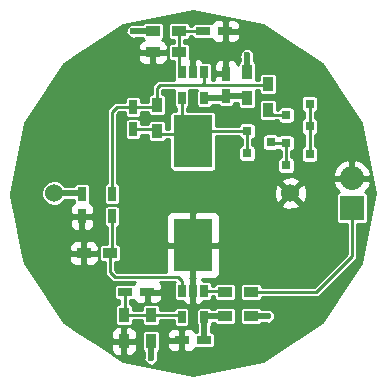
<source format=gbr>
G04 #@! TF.FileFunction,Copper,L1,Top,Signal*
%FSLAX46Y46*%
G04 Gerber Fmt 4.6, Leading zero omitted, Abs format (unit mm)*
G04 Created by KiCad (PCBNEW 4.0.2-stable) date Thursday, May 05, 2016 'AMt' 11:28:06 AM*
%MOMM*%
G01*
G04 APERTURE LIST*
%ADD10C,0.100000*%
%ADD11R,0.750000X1.200000*%
%ADD12R,1.200000X0.750000*%
%ADD13R,3.299460X4.500880*%
%ADD14R,0.800100X0.800100*%
%ADD15R,0.900000X1.200000*%
%ADD16R,1.200000X0.900000*%
%ADD17R,0.650000X1.060000*%
%ADD18C,1.524000*%
%ADD19R,2.032000X2.032000*%
%ADD20O,2.032000X2.032000*%
%ADD21C,0.600000*%
%ADD22C,0.250000*%
%ADD23C,0.500000*%
%ADD24C,0.254000*%
G04 APERTURE END LIST*
D10*
D11*
X137160000Y-92268000D03*
X137160000Y-94168000D03*
D12*
X143068000Y-85852000D03*
X144968000Y-85852000D03*
D11*
X145034000Y-89474000D03*
X145034000Y-91374000D03*
X135382000Y-101534000D03*
X135382000Y-99634000D03*
D12*
X141290000Y-112014000D03*
X143190000Y-112014000D03*
X136464000Y-107950000D03*
X138364000Y-107950000D03*
D11*
X132842000Y-99634000D03*
X132842000Y-101534000D03*
D13*
X142240000Y-95166180D03*
X142240000Y-103969820D03*
D14*
X146827240Y-94300000D03*
X146827240Y-96200000D03*
X148826220Y-95250000D03*
D15*
X139192000Y-92118000D03*
X139192000Y-94318000D03*
D16*
X138854000Y-87630000D03*
X141054000Y-87630000D03*
X141054000Y-85852000D03*
X138854000Y-85852000D03*
D15*
X146812000Y-91524000D03*
X146812000Y-89324000D03*
X148590000Y-92540000D03*
X148590000Y-90340000D03*
D16*
X133012000Y-104648000D03*
X135212000Y-104648000D03*
X144950000Y-109982000D03*
X147150000Y-109982000D03*
D15*
X138684000Y-112098000D03*
X138684000Y-109898000D03*
X136398000Y-112098000D03*
X136398000Y-109898000D03*
D16*
X144950000Y-107950000D03*
X147150000Y-107950000D03*
D17*
X143190000Y-89324000D03*
X142240000Y-89324000D03*
X141290000Y-89324000D03*
X141290000Y-91524000D03*
X143190000Y-91524000D03*
X143190000Y-107866000D03*
X142240000Y-107866000D03*
X141290000Y-107866000D03*
X141290000Y-110066000D03*
X143190000Y-110066000D03*
D18*
X150490000Y-99568000D03*
X130490000Y-99568000D03*
D19*
X155702000Y-100838000D03*
D20*
X155702000Y-98298000D03*
D14*
X150129240Y-95316000D03*
X150129240Y-97216000D03*
X152128220Y-96266000D03*
X152130760Y-93914000D03*
X152130760Y-92014000D03*
X150131780Y-92964000D03*
D21*
X148590000Y-109982000D03*
X138684000Y-113538000D03*
X146812000Y-87884000D03*
X137160000Y-85852000D03*
D22*
X137160000Y-92268000D02*
X135824000Y-92268000D01*
X135382000Y-92710000D02*
X135382000Y-99634000D01*
X135824000Y-92268000D02*
X135382000Y-92710000D01*
X143002000Y-90424000D02*
X148506000Y-90424000D01*
X148506000Y-90424000D02*
X148590000Y-90340000D01*
X143190000Y-89324000D02*
X143190000Y-89220000D01*
X137160000Y-92268000D02*
X139042000Y-92268000D01*
X139042000Y-92268000D02*
X139192000Y-92118000D01*
X139192000Y-92118000D02*
X139192000Y-90678000D01*
X139192000Y-90678000D02*
X139446000Y-90424000D01*
X139446000Y-90424000D02*
X143002000Y-90424000D01*
X143002000Y-90424000D02*
X143190000Y-90236000D01*
X143190000Y-90236000D02*
X143190000Y-89324000D01*
X143340000Y-89174000D02*
X143190000Y-89324000D01*
X146827240Y-94300000D02*
X142506740Y-94300000D01*
X142506740Y-94300000D02*
X142240000Y-94566740D01*
X146827240Y-96200000D02*
X146827240Y-94300000D01*
X137160000Y-94168000D02*
X139042000Y-94168000D01*
X139042000Y-94168000D02*
X139440740Y-94566740D01*
X139440740Y-94566740D02*
X142240000Y-94566740D01*
X142603260Y-94930000D02*
X142240000Y-94566740D01*
X141290000Y-91524000D02*
X141290000Y-93616740D01*
X141290000Y-93616740D02*
X142240000Y-94566740D01*
X141054000Y-85852000D02*
X143068000Y-85852000D01*
X141054000Y-87630000D02*
X141054000Y-89088000D01*
X141054000Y-89088000D02*
X141290000Y-89324000D01*
X141054000Y-87630000D02*
X141054000Y-85852000D01*
X141140000Y-89474000D02*
X141290000Y-89324000D01*
D23*
X145034000Y-91374000D02*
X146662000Y-91374000D01*
X146662000Y-91374000D02*
X146812000Y-91524000D01*
X143190000Y-91524000D02*
X144884000Y-91524000D01*
X144884000Y-91524000D02*
X145034000Y-91374000D01*
D22*
X143340000Y-91374000D02*
X143190000Y-91524000D01*
X135212000Y-104648000D02*
X135212000Y-106256000D01*
X141290000Y-107000000D02*
X141290000Y-107866000D01*
X140970000Y-106680000D02*
X141290000Y-107000000D01*
X135636000Y-106680000D02*
X140970000Y-106680000D01*
X135212000Y-106256000D02*
X135636000Y-106680000D01*
X135382000Y-101534000D02*
X135382000Y-104478000D01*
X135382000Y-104478000D02*
X135212000Y-104648000D01*
D23*
X143190000Y-110066000D02*
X143190000Y-112014000D01*
X144950000Y-109982000D02*
X143274000Y-109982000D01*
X143274000Y-109982000D02*
X143190000Y-110066000D01*
D22*
X138684000Y-109898000D02*
X141122000Y-109898000D01*
X141122000Y-109898000D02*
X141290000Y-110066000D01*
X136398000Y-109898000D02*
X138684000Y-109898000D01*
X136464000Y-107950000D02*
X136464000Y-109832000D01*
X136464000Y-109832000D02*
X136398000Y-109898000D01*
D23*
X130490000Y-99568000D02*
X132776000Y-99568000D01*
X132776000Y-99568000D02*
X132842000Y-99634000D01*
X147150000Y-109982000D02*
X148590000Y-109982000D01*
X138684000Y-112098000D02*
X138684000Y-113538000D01*
X146812000Y-89324000D02*
X146812000Y-87884000D01*
X138854000Y-85852000D02*
X137160000Y-85852000D01*
D22*
X130556000Y-99634000D02*
X130490000Y-99568000D01*
X132908000Y-99568000D02*
X132842000Y-99634000D01*
X150129240Y-95316000D02*
X148892220Y-95316000D01*
X148892220Y-95316000D02*
X148826220Y-95250000D01*
X150129240Y-97216000D02*
X150129240Y-95316000D01*
X143190000Y-107866000D02*
X144866000Y-107866000D01*
X144866000Y-107866000D02*
X144950000Y-107950000D01*
X143274000Y-107950000D02*
X143190000Y-107866000D01*
X147150000Y-107950000D02*
X152654000Y-107950000D01*
X155702000Y-104902000D02*
X155702000Y-100838000D01*
X152654000Y-107950000D02*
X155702000Y-104902000D01*
X152130760Y-93914000D02*
X152130760Y-96263460D01*
X152130760Y-96263460D02*
X152128220Y-96266000D01*
X152130760Y-92014000D02*
X152130760Y-93914000D01*
X150131780Y-92964000D02*
X149014000Y-92964000D01*
X149014000Y-92964000D02*
X148590000Y-92540000D01*
D24*
G36*
X148143799Y-85314970D02*
X153148797Y-88659203D01*
X156493030Y-93664201D01*
X157667369Y-99568000D01*
X156493030Y-105471799D01*
X153148797Y-110476797D01*
X148143799Y-113821030D01*
X142240000Y-114995369D01*
X136336201Y-113821030D01*
X134185160Y-112383750D01*
X135313000Y-112383750D01*
X135313000Y-112824309D01*
X135409673Y-113057698D01*
X135588301Y-113236327D01*
X135821690Y-113333000D01*
X136112250Y-113333000D01*
X136271000Y-113174250D01*
X136271000Y-112225000D01*
X136525000Y-112225000D01*
X136525000Y-113174250D01*
X136683750Y-113333000D01*
X136974310Y-113333000D01*
X137207699Y-113236327D01*
X137386327Y-113057698D01*
X137483000Y-112824309D01*
X137483000Y-112383750D01*
X137324250Y-112225000D01*
X136525000Y-112225000D01*
X136271000Y-112225000D01*
X135471750Y-112225000D01*
X135313000Y-112383750D01*
X134185160Y-112383750D01*
X132670507Y-111371691D01*
X135313000Y-111371691D01*
X135313000Y-111812250D01*
X135471750Y-111971000D01*
X136271000Y-111971000D01*
X136271000Y-111021750D01*
X136525000Y-111021750D01*
X136525000Y-111971000D01*
X137324250Y-111971000D01*
X137483000Y-111812250D01*
X137483000Y-111498000D01*
X137900594Y-111498000D01*
X137900594Y-112698000D01*
X137923395Y-112819179D01*
X137995012Y-112930474D01*
X138104286Y-113005138D01*
X138107000Y-113005688D01*
X138107000Y-113292584D01*
X138057109Y-113412735D01*
X138056891Y-113662171D01*
X138152145Y-113892703D01*
X138328369Y-114069235D01*
X138558735Y-114164891D01*
X138808171Y-114165109D01*
X139038703Y-114069855D01*
X139215235Y-113893631D01*
X139310891Y-113663265D01*
X139311109Y-113413829D01*
X139261000Y-113292556D01*
X139261000Y-113004859D01*
X139366474Y-112936988D01*
X139441138Y-112827714D01*
X139467406Y-112698000D01*
X139467406Y-112299750D01*
X140055000Y-112299750D01*
X140055000Y-112515310D01*
X140151673Y-112748699D01*
X140330302Y-112927327D01*
X140563691Y-113024000D01*
X141004250Y-113024000D01*
X141163000Y-112865250D01*
X141163000Y-112141000D01*
X140213750Y-112141000D01*
X140055000Y-112299750D01*
X139467406Y-112299750D01*
X139467406Y-111512690D01*
X140055000Y-111512690D01*
X140055000Y-111728250D01*
X140213750Y-111887000D01*
X141163000Y-111887000D01*
X141163000Y-111162750D01*
X141417000Y-111162750D01*
X141417000Y-111887000D01*
X141437000Y-111887000D01*
X141437000Y-112141000D01*
X141417000Y-112141000D01*
X141417000Y-112865250D01*
X141575750Y-113024000D01*
X142016309Y-113024000D01*
X142249698Y-112927327D01*
X142428327Y-112748699D01*
X142452346Y-112690713D01*
X142460286Y-112696138D01*
X142590000Y-112722406D01*
X143790000Y-112722406D01*
X143911179Y-112699605D01*
X144022474Y-112627988D01*
X144097138Y-112518714D01*
X144123406Y-112389000D01*
X144123406Y-111639000D01*
X144100605Y-111517821D01*
X144028988Y-111406526D01*
X143919714Y-111331862D01*
X143790000Y-111305594D01*
X143767000Y-111305594D01*
X143767000Y-110806411D01*
X143822138Y-110725714D01*
X143848406Y-110596000D01*
X143848406Y-110559000D01*
X144043141Y-110559000D01*
X144111012Y-110664474D01*
X144220286Y-110739138D01*
X144350000Y-110765406D01*
X145550000Y-110765406D01*
X145671179Y-110742605D01*
X145782474Y-110670988D01*
X145857138Y-110561714D01*
X145883406Y-110432000D01*
X145883406Y-109532000D01*
X146216594Y-109532000D01*
X146216594Y-110432000D01*
X146239395Y-110553179D01*
X146311012Y-110664474D01*
X146420286Y-110739138D01*
X146550000Y-110765406D01*
X147750000Y-110765406D01*
X147871179Y-110742605D01*
X147982474Y-110670988D01*
X148057138Y-110561714D01*
X148057688Y-110559000D01*
X148344584Y-110559000D01*
X148464735Y-110608891D01*
X148714171Y-110609109D01*
X148944703Y-110513855D01*
X149121235Y-110337631D01*
X149216891Y-110107265D01*
X149217109Y-109857829D01*
X149121855Y-109627297D01*
X148945631Y-109450765D01*
X148715265Y-109355109D01*
X148465829Y-109354891D01*
X148344556Y-109405000D01*
X148056859Y-109405000D01*
X147988988Y-109299526D01*
X147879714Y-109224862D01*
X147750000Y-109198594D01*
X146550000Y-109198594D01*
X146428821Y-109221395D01*
X146317526Y-109293012D01*
X146242862Y-109402286D01*
X146216594Y-109532000D01*
X145883406Y-109532000D01*
X145860605Y-109410821D01*
X145788988Y-109299526D01*
X145679714Y-109224862D01*
X145550000Y-109198594D01*
X144350000Y-109198594D01*
X144228821Y-109221395D01*
X144117526Y-109293012D01*
X144042862Y-109402286D01*
X144042312Y-109405000D01*
X143819285Y-109405000D01*
X143753988Y-109303526D01*
X143644714Y-109228862D01*
X143515000Y-109202594D01*
X142865000Y-109202594D01*
X142743821Y-109225395D01*
X142632526Y-109297012D01*
X142557862Y-109406286D01*
X142531594Y-109536000D01*
X142531594Y-110596000D01*
X142554395Y-110717179D01*
X142613000Y-110808253D01*
X142613000Y-111305594D01*
X142590000Y-111305594D01*
X142468821Y-111328395D01*
X142452905Y-111338637D01*
X142428327Y-111279301D01*
X142249698Y-111100673D01*
X142016309Y-111004000D01*
X141575750Y-111004000D01*
X141417000Y-111162750D01*
X141163000Y-111162750D01*
X141004250Y-111004000D01*
X140563691Y-111004000D01*
X140330302Y-111100673D01*
X140151673Y-111279301D01*
X140055000Y-111512690D01*
X139467406Y-111512690D01*
X139467406Y-111498000D01*
X139444605Y-111376821D01*
X139372988Y-111265526D01*
X139263714Y-111190862D01*
X139134000Y-111164594D01*
X138234000Y-111164594D01*
X138112821Y-111187395D01*
X138001526Y-111259012D01*
X137926862Y-111368286D01*
X137900594Y-111498000D01*
X137483000Y-111498000D01*
X137483000Y-111371691D01*
X137386327Y-111138302D01*
X137207699Y-110959673D01*
X136974310Y-110863000D01*
X136683750Y-110863000D01*
X136525000Y-111021750D01*
X136271000Y-111021750D01*
X136112250Y-110863000D01*
X135821690Y-110863000D01*
X135588301Y-110959673D01*
X135409673Y-111138302D01*
X135313000Y-111371691D01*
X132670507Y-111371691D01*
X131331203Y-110476797D01*
X127986970Y-105471799D01*
X127879946Y-104933750D01*
X131777000Y-104933750D01*
X131777000Y-105224310D01*
X131873673Y-105457699D01*
X132052302Y-105636327D01*
X132285691Y-105733000D01*
X132726250Y-105733000D01*
X132885000Y-105574250D01*
X132885000Y-104775000D01*
X133139000Y-104775000D01*
X133139000Y-105574250D01*
X133297750Y-105733000D01*
X133738309Y-105733000D01*
X133971698Y-105636327D01*
X134150327Y-105457699D01*
X134247000Y-105224310D01*
X134247000Y-104933750D01*
X134088250Y-104775000D01*
X133139000Y-104775000D01*
X132885000Y-104775000D01*
X131935750Y-104775000D01*
X131777000Y-104933750D01*
X127879946Y-104933750D01*
X127708472Y-104071690D01*
X131777000Y-104071690D01*
X131777000Y-104362250D01*
X131935750Y-104521000D01*
X132885000Y-104521000D01*
X132885000Y-103721750D01*
X133139000Y-103721750D01*
X133139000Y-104521000D01*
X134088250Y-104521000D01*
X134247000Y-104362250D01*
X134247000Y-104198000D01*
X134278594Y-104198000D01*
X134278594Y-105098000D01*
X134301395Y-105219179D01*
X134373012Y-105330474D01*
X134482286Y-105405138D01*
X134612000Y-105431406D01*
X134760000Y-105431406D01*
X134760000Y-106256000D01*
X134794406Y-106428973D01*
X134892388Y-106575612D01*
X135316388Y-106999613D01*
X135462156Y-107097012D01*
X135463027Y-107097594D01*
X135636000Y-107132000D01*
X137308974Y-107132000D01*
X137225673Y-107215301D01*
X137201654Y-107273287D01*
X137193714Y-107267862D01*
X137064000Y-107241594D01*
X135864000Y-107241594D01*
X135742821Y-107264395D01*
X135631526Y-107336012D01*
X135556862Y-107445286D01*
X135530594Y-107575000D01*
X135530594Y-108325000D01*
X135553395Y-108446179D01*
X135625012Y-108557474D01*
X135734286Y-108632138D01*
X135864000Y-108658406D01*
X136012000Y-108658406D01*
X136012000Y-108964594D01*
X135948000Y-108964594D01*
X135826821Y-108987395D01*
X135715526Y-109059012D01*
X135640862Y-109168286D01*
X135614594Y-109298000D01*
X135614594Y-110498000D01*
X135637395Y-110619179D01*
X135709012Y-110730474D01*
X135818286Y-110805138D01*
X135948000Y-110831406D01*
X136848000Y-110831406D01*
X136969179Y-110808605D01*
X137080474Y-110736988D01*
X137155138Y-110627714D01*
X137181406Y-110498000D01*
X137181406Y-110350000D01*
X137900594Y-110350000D01*
X137900594Y-110498000D01*
X137923395Y-110619179D01*
X137995012Y-110730474D01*
X138104286Y-110805138D01*
X138234000Y-110831406D01*
X139134000Y-110831406D01*
X139255179Y-110808605D01*
X139366474Y-110736988D01*
X139441138Y-110627714D01*
X139467406Y-110498000D01*
X139467406Y-110350000D01*
X140631594Y-110350000D01*
X140631594Y-110596000D01*
X140654395Y-110717179D01*
X140726012Y-110828474D01*
X140835286Y-110903138D01*
X140965000Y-110929406D01*
X141615000Y-110929406D01*
X141736179Y-110906605D01*
X141847474Y-110834988D01*
X141922138Y-110725714D01*
X141948406Y-110596000D01*
X141948406Y-109536000D01*
X141925605Y-109414821D01*
X141853988Y-109303526D01*
X141744714Y-109228862D01*
X141615000Y-109202594D01*
X140965000Y-109202594D01*
X140843821Y-109225395D01*
X140732526Y-109297012D01*
X140657862Y-109406286D01*
X140649820Y-109446000D01*
X139467406Y-109446000D01*
X139467406Y-109298000D01*
X139444605Y-109176821D01*
X139372988Y-109065526D01*
X139263714Y-108990862D01*
X139134000Y-108964594D01*
X138234000Y-108964594D01*
X138112821Y-108987395D01*
X138001526Y-109059012D01*
X137926862Y-109168286D01*
X137900594Y-109298000D01*
X137900594Y-109446000D01*
X137181406Y-109446000D01*
X137181406Y-109298000D01*
X137158605Y-109176821D01*
X137086988Y-109065526D01*
X136977714Y-108990862D01*
X136916000Y-108978364D01*
X136916000Y-108658406D01*
X137064000Y-108658406D01*
X137185179Y-108635605D01*
X137201095Y-108625363D01*
X137225673Y-108684699D01*
X137404302Y-108863327D01*
X137637691Y-108960000D01*
X138078250Y-108960000D01*
X138237000Y-108801250D01*
X138237000Y-108077000D01*
X138491000Y-108077000D01*
X138491000Y-108801250D01*
X138649750Y-108960000D01*
X139090309Y-108960000D01*
X139323698Y-108863327D01*
X139502327Y-108684699D01*
X139599000Y-108451310D01*
X139599000Y-108235750D01*
X139440250Y-108077000D01*
X138491000Y-108077000D01*
X138237000Y-108077000D01*
X138217000Y-108077000D01*
X138217000Y-107823000D01*
X138237000Y-107823000D01*
X138237000Y-107803000D01*
X138491000Y-107803000D01*
X138491000Y-107823000D01*
X139440250Y-107823000D01*
X139599000Y-107664250D01*
X139599000Y-107448690D01*
X139502327Y-107215301D01*
X139419026Y-107132000D01*
X140708620Y-107132000D01*
X140657862Y-107206286D01*
X140631594Y-107336000D01*
X140631594Y-108396000D01*
X140654395Y-108517179D01*
X140726012Y-108628474D01*
X140835286Y-108703138D01*
X140965000Y-108729406D01*
X141365782Y-108729406D01*
X141376673Y-108755698D01*
X141555301Y-108934327D01*
X141788690Y-109031000D01*
X141954250Y-109031000D01*
X142113000Y-108872250D01*
X142113000Y-107993000D01*
X142093000Y-107993000D01*
X142093000Y-107739000D01*
X142113000Y-107739000D01*
X142113000Y-106859750D01*
X142031380Y-106778130D01*
X142113000Y-106696510D01*
X142113000Y-104096820D01*
X142367000Y-104096820D01*
X142367000Y-106696510D01*
X142448620Y-106778130D01*
X142367000Y-106859750D01*
X142367000Y-107739000D01*
X142387000Y-107739000D01*
X142387000Y-107993000D01*
X142367000Y-107993000D01*
X142367000Y-108872250D01*
X142525750Y-109031000D01*
X142691310Y-109031000D01*
X142924699Y-108934327D01*
X143103327Y-108755698D01*
X143114218Y-108729406D01*
X143515000Y-108729406D01*
X143636179Y-108706605D01*
X143747474Y-108634988D01*
X143822138Y-108525714D01*
X143848406Y-108396000D01*
X143848406Y-108318000D01*
X144016594Y-108318000D01*
X144016594Y-108400000D01*
X144039395Y-108521179D01*
X144111012Y-108632474D01*
X144220286Y-108707138D01*
X144350000Y-108733406D01*
X145550000Y-108733406D01*
X145671179Y-108710605D01*
X145782474Y-108638988D01*
X145857138Y-108529714D01*
X145883406Y-108400000D01*
X145883406Y-107500000D01*
X146216594Y-107500000D01*
X146216594Y-108400000D01*
X146239395Y-108521179D01*
X146311012Y-108632474D01*
X146420286Y-108707138D01*
X146550000Y-108733406D01*
X147750000Y-108733406D01*
X147871179Y-108710605D01*
X147982474Y-108638988D01*
X148057138Y-108529714D01*
X148083001Y-108402000D01*
X152654000Y-108402000D01*
X152826973Y-108367594D01*
X152973612Y-108269612D01*
X156021612Y-105221612D01*
X156119594Y-105074973D01*
X156154000Y-104902000D01*
X156154000Y-102187406D01*
X156718000Y-102187406D01*
X156839179Y-102164605D01*
X156950474Y-102092988D01*
X157025138Y-101983714D01*
X157051406Y-101854000D01*
X157051406Y-99822000D01*
X157028605Y-99700821D01*
X156956988Y-99589526D01*
X156847714Y-99514862D01*
X156792348Y-99503650D01*
X157108385Y-99162818D01*
X157307975Y-98680944D01*
X157188836Y-98425000D01*
X155829000Y-98425000D01*
X155829000Y-98445000D01*
X155575000Y-98445000D01*
X155575000Y-98425000D01*
X154215164Y-98425000D01*
X154096025Y-98680944D01*
X154295615Y-99162818D01*
X154610810Y-99502742D01*
X154564821Y-99511395D01*
X154453526Y-99583012D01*
X154378862Y-99692286D01*
X154352594Y-99822000D01*
X154352594Y-101854000D01*
X154375395Y-101975179D01*
X154447012Y-102086474D01*
X154556286Y-102161138D01*
X154686000Y-102187406D01*
X155250000Y-102187406D01*
X155250000Y-104714776D01*
X152466776Y-107498000D01*
X148083030Y-107498000D01*
X148060605Y-107378821D01*
X147988988Y-107267526D01*
X147879714Y-107192862D01*
X147750000Y-107166594D01*
X146550000Y-107166594D01*
X146428821Y-107189395D01*
X146317526Y-107261012D01*
X146242862Y-107370286D01*
X146216594Y-107500000D01*
X145883406Y-107500000D01*
X145860605Y-107378821D01*
X145788988Y-107267526D01*
X145679714Y-107192862D01*
X145550000Y-107166594D01*
X144350000Y-107166594D01*
X144228821Y-107189395D01*
X144117526Y-107261012D01*
X144042862Y-107370286D01*
X144034010Y-107414000D01*
X143848406Y-107414000D01*
X143848406Y-107336000D01*
X143825605Y-107214821D01*
X143753988Y-107103526D01*
X143644714Y-107028862D01*
X143515000Y-107002594D01*
X143114218Y-107002594D01*
X143103327Y-106976302D01*
X142982286Y-106855260D01*
X144016040Y-106855260D01*
X144249429Y-106758587D01*
X144428057Y-106579958D01*
X144524730Y-106346569D01*
X144524730Y-104255570D01*
X144365980Y-104096820D01*
X142367000Y-104096820D01*
X142113000Y-104096820D01*
X140114020Y-104096820D01*
X139955270Y-104255570D01*
X139955270Y-106228000D01*
X135823225Y-106228000D01*
X135664000Y-106068776D01*
X135664000Y-105431406D01*
X135812000Y-105431406D01*
X135933179Y-105408605D01*
X136044474Y-105336988D01*
X136119138Y-105227714D01*
X136145406Y-105098000D01*
X136145406Y-104198000D01*
X136122605Y-104076821D01*
X136050988Y-103965526D01*
X135941714Y-103890862D01*
X135834000Y-103869049D01*
X135834000Y-102452918D01*
X135878179Y-102444605D01*
X135989474Y-102372988D01*
X136064138Y-102263714D01*
X136090406Y-102134000D01*
X136090406Y-101593071D01*
X139955270Y-101593071D01*
X139955270Y-103684070D01*
X140114020Y-103842820D01*
X142113000Y-103842820D01*
X142113000Y-101243130D01*
X142367000Y-101243130D01*
X142367000Y-103842820D01*
X144365980Y-103842820D01*
X144524730Y-103684070D01*
X144524730Y-101593071D01*
X144428057Y-101359682D01*
X144249429Y-101181053D01*
X144016040Y-101084380D01*
X142525750Y-101084380D01*
X142367000Y-101243130D01*
X142113000Y-101243130D01*
X141954250Y-101084380D01*
X140463960Y-101084380D01*
X140230571Y-101181053D01*
X140051943Y-101359682D01*
X139955270Y-101593071D01*
X136090406Y-101593071D01*
X136090406Y-100934000D01*
X136067605Y-100812821D01*
X135995988Y-100701526D01*
X135886714Y-100626862D01*
X135757000Y-100600594D01*
X135007000Y-100600594D01*
X134885821Y-100623395D01*
X134774526Y-100695012D01*
X134699862Y-100804286D01*
X134673594Y-100934000D01*
X134673594Y-102134000D01*
X134696395Y-102255179D01*
X134768012Y-102366474D01*
X134877286Y-102441138D01*
X134930000Y-102451813D01*
X134930000Y-103864594D01*
X134612000Y-103864594D01*
X134490821Y-103887395D01*
X134379526Y-103959012D01*
X134304862Y-104068286D01*
X134278594Y-104198000D01*
X134247000Y-104198000D01*
X134247000Y-104071690D01*
X134150327Y-103838301D01*
X133971698Y-103659673D01*
X133738309Y-103563000D01*
X133297750Y-103563000D01*
X133139000Y-103721750D01*
X132885000Y-103721750D01*
X132726250Y-103563000D01*
X132285691Y-103563000D01*
X132052302Y-103659673D01*
X131873673Y-103838301D01*
X131777000Y-104071690D01*
X127708472Y-104071690D01*
X127260533Y-101819750D01*
X131832000Y-101819750D01*
X131832000Y-102260309D01*
X131928673Y-102493698D01*
X132107301Y-102672327D01*
X132340690Y-102769000D01*
X132556250Y-102769000D01*
X132715000Y-102610250D01*
X132715000Y-101661000D01*
X132969000Y-101661000D01*
X132969000Y-102610250D01*
X133127750Y-102769000D01*
X133343310Y-102769000D01*
X133576699Y-102672327D01*
X133755327Y-102493698D01*
X133852000Y-102260309D01*
X133852000Y-101819750D01*
X133693250Y-101661000D01*
X132969000Y-101661000D01*
X132715000Y-101661000D01*
X131990750Y-101661000D01*
X131832000Y-101819750D01*
X127260533Y-101819750D01*
X126855530Y-99783665D01*
X129400811Y-99783665D01*
X129566252Y-100184063D01*
X129872326Y-100490671D01*
X130272434Y-100656811D01*
X130705665Y-100657189D01*
X131106063Y-100491748D01*
X131412671Y-100185674D01*
X131429560Y-100145000D01*
X132133594Y-100145000D01*
X132133594Y-100234000D01*
X132156395Y-100355179D01*
X132166637Y-100371095D01*
X132107301Y-100395673D01*
X131928673Y-100574302D01*
X131832000Y-100807691D01*
X131832000Y-101248250D01*
X131990750Y-101407000D01*
X132715000Y-101407000D01*
X132715000Y-101387000D01*
X132969000Y-101387000D01*
X132969000Y-101407000D01*
X133693250Y-101407000D01*
X133852000Y-101248250D01*
X133852000Y-100807691D01*
X133755327Y-100574302D01*
X133576699Y-100395673D01*
X133518713Y-100371654D01*
X133524138Y-100363714D01*
X133550406Y-100234000D01*
X133550406Y-99034000D01*
X134673594Y-99034000D01*
X134673594Y-100234000D01*
X134696395Y-100355179D01*
X134768012Y-100466474D01*
X134877286Y-100541138D01*
X135007000Y-100567406D01*
X135757000Y-100567406D01*
X135859003Y-100548213D01*
X149689392Y-100548213D01*
X149758857Y-100790397D01*
X150282302Y-100977144D01*
X150837368Y-100949362D01*
X151221143Y-100790397D01*
X151290608Y-100548213D01*
X150490000Y-99747605D01*
X149689392Y-100548213D01*
X135859003Y-100548213D01*
X135878179Y-100544605D01*
X135989474Y-100472988D01*
X136064138Y-100363714D01*
X136090406Y-100234000D01*
X136090406Y-99360302D01*
X149080856Y-99360302D01*
X149108638Y-99915368D01*
X149267603Y-100299143D01*
X149509787Y-100368608D01*
X150310395Y-99568000D01*
X150669605Y-99568000D01*
X151470213Y-100368608D01*
X151712397Y-100299143D01*
X151899144Y-99775698D01*
X151871362Y-99220632D01*
X151712397Y-98836857D01*
X151470213Y-98767392D01*
X150669605Y-99568000D01*
X150310395Y-99568000D01*
X149509787Y-98767392D01*
X149267603Y-98836857D01*
X149080856Y-99360302D01*
X136090406Y-99360302D01*
X136090406Y-99034000D01*
X136067605Y-98912821D01*
X135995988Y-98801526D01*
X135886714Y-98726862D01*
X135834000Y-98716187D01*
X135834000Y-98587787D01*
X149689392Y-98587787D01*
X150490000Y-99388395D01*
X151290608Y-98587787D01*
X151221143Y-98345603D01*
X150697698Y-98158856D01*
X150142632Y-98186638D01*
X149758857Y-98345603D01*
X149689392Y-98587787D01*
X135834000Y-98587787D01*
X135834000Y-92897224D01*
X136011225Y-92720000D01*
X136451594Y-92720000D01*
X136451594Y-92868000D01*
X136474395Y-92989179D01*
X136546012Y-93100474D01*
X136655286Y-93175138D01*
X136785000Y-93201406D01*
X137535000Y-93201406D01*
X137656179Y-93178605D01*
X137767474Y-93106988D01*
X137842138Y-92997714D01*
X137868406Y-92868000D01*
X137868406Y-92720000D01*
X138408970Y-92720000D01*
X138431395Y-92839179D01*
X138503012Y-92950474D01*
X138612286Y-93025138D01*
X138742000Y-93051406D01*
X139642000Y-93051406D01*
X139763179Y-93028605D01*
X139874474Y-92956988D01*
X139949138Y-92847714D01*
X139975406Y-92718000D01*
X139975406Y-91518000D01*
X139952605Y-91396821D01*
X139880988Y-91285526D01*
X139771714Y-91210862D01*
X139644000Y-91184999D01*
X139644000Y-90876000D01*
X140655490Y-90876000D01*
X140631594Y-90994000D01*
X140631594Y-92054000D01*
X140654395Y-92175179D01*
X140726012Y-92286474D01*
X140835286Y-92361138D01*
X140838000Y-92361688D01*
X140838000Y-92582334D01*
X140590270Y-92582334D01*
X140469091Y-92605135D01*
X140357796Y-92676752D01*
X140283132Y-92786026D01*
X140256864Y-92915740D01*
X140256864Y-94114740D01*
X139975406Y-94114740D01*
X139975406Y-93718000D01*
X139952605Y-93596821D01*
X139880988Y-93485526D01*
X139771714Y-93410862D01*
X139642000Y-93384594D01*
X138742000Y-93384594D01*
X138620821Y-93407395D01*
X138509526Y-93479012D01*
X138434862Y-93588286D01*
X138408999Y-93716000D01*
X137868406Y-93716000D01*
X137868406Y-93568000D01*
X137845605Y-93446821D01*
X137773988Y-93335526D01*
X137664714Y-93260862D01*
X137535000Y-93234594D01*
X136785000Y-93234594D01*
X136663821Y-93257395D01*
X136552526Y-93329012D01*
X136477862Y-93438286D01*
X136451594Y-93568000D01*
X136451594Y-94768000D01*
X136474395Y-94889179D01*
X136546012Y-95000474D01*
X136655286Y-95075138D01*
X136785000Y-95101406D01*
X137535000Y-95101406D01*
X137656179Y-95078605D01*
X137767474Y-95006988D01*
X137842138Y-94897714D01*
X137868406Y-94768000D01*
X137868406Y-94620000D01*
X138408594Y-94620000D01*
X138408594Y-94918000D01*
X138431395Y-95039179D01*
X138503012Y-95150474D01*
X138612286Y-95225138D01*
X138742000Y-95251406D01*
X139642000Y-95251406D01*
X139763179Y-95228605D01*
X139874474Y-95156988D01*
X139949138Y-95047714D01*
X139955005Y-95018740D01*
X140256864Y-95018740D01*
X140256864Y-97416620D01*
X140279665Y-97537799D01*
X140351282Y-97649094D01*
X140460556Y-97723758D01*
X140590270Y-97750026D01*
X143889730Y-97750026D01*
X144010909Y-97727225D01*
X144122204Y-97655608D01*
X144196868Y-97546334D01*
X144223136Y-97416620D01*
X144223136Y-94752000D01*
X146103559Y-94752000D01*
X146116585Y-94821229D01*
X146188202Y-94932524D01*
X146297476Y-95007188D01*
X146375240Y-95022936D01*
X146375240Y-95476319D01*
X146306011Y-95489345D01*
X146194716Y-95560962D01*
X146120052Y-95670236D01*
X146093784Y-95799950D01*
X146093784Y-96600050D01*
X146116585Y-96721229D01*
X146188202Y-96832524D01*
X146297476Y-96907188D01*
X146427190Y-96933456D01*
X147227290Y-96933456D01*
X147348469Y-96910655D01*
X147459764Y-96839038D01*
X147534428Y-96729764D01*
X147560696Y-96600050D01*
X147560696Y-95799950D01*
X147537895Y-95678771D01*
X147466278Y-95567476D01*
X147357004Y-95492812D01*
X147279240Y-95477064D01*
X147279240Y-95023681D01*
X147348469Y-95010655D01*
X147459764Y-94939038D01*
X147520635Y-94849950D01*
X148092764Y-94849950D01*
X148092764Y-95650050D01*
X148115565Y-95771229D01*
X148187182Y-95882524D01*
X148296456Y-95957188D01*
X148426170Y-95983456D01*
X149226270Y-95983456D01*
X149347449Y-95960655D01*
X149453921Y-95892142D01*
X149490202Y-95948524D01*
X149599476Y-96023188D01*
X149677240Y-96038936D01*
X149677240Y-96492319D01*
X149608011Y-96505345D01*
X149496716Y-96576962D01*
X149422052Y-96686236D01*
X149395784Y-96815950D01*
X149395784Y-97616050D01*
X149418585Y-97737229D01*
X149490202Y-97848524D01*
X149599476Y-97923188D01*
X149729190Y-97949456D01*
X150529290Y-97949456D01*
X150650469Y-97926655D01*
X150668494Y-97915056D01*
X154096025Y-97915056D01*
X154215164Y-98171000D01*
X155575000Y-98171000D01*
X155575000Y-96810633D01*
X155829000Y-96810633D01*
X155829000Y-98171000D01*
X157188836Y-98171000D01*
X157307975Y-97915056D01*
X157108385Y-97433182D01*
X156670379Y-96960812D01*
X156084946Y-96692017D01*
X155829000Y-96810633D01*
X155575000Y-96810633D01*
X155319054Y-96692017D01*
X154733621Y-96960812D01*
X154295615Y-97433182D01*
X154096025Y-97915056D01*
X150668494Y-97915056D01*
X150761764Y-97855038D01*
X150836428Y-97745764D01*
X150862696Y-97616050D01*
X150862696Y-96815950D01*
X150839895Y-96694771D01*
X150768278Y-96583476D01*
X150659004Y-96508812D01*
X150581240Y-96493064D01*
X150581240Y-96039681D01*
X150650469Y-96026655D01*
X150761764Y-95955038D01*
X150822635Y-95865950D01*
X151394764Y-95865950D01*
X151394764Y-96666050D01*
X151417565Y-96787229D01*
X151489182Y-96898524D01*
X151598456Y-96973188D01*
X151728170Y-96999456D01*
X152528270Y-96999456D01*
X152649449Y-96976655D01*
X152760744Y-96905038D01*
X152835408Y-96795764D01*
X152861676Y-96666050D01*
X152861676Y-95865950D01*
X152838875Y-95744771D01*
X152767258Y-95633476D01*
X152657984Y-95558812D01*
X152582760Y-95543579D01*
X152582760Y-94637681D01*
X152651989Y-94624655D01*
X152763284Y-94553038D01*
X152837948Y-94443764D01*
X152864216Y-94314050D01*
X152864216Y-93513950D01*
X152841415Y-93392771D01*
X152769798Y-93281476D01*
X152660524Y-93206812D01*
X152582760Y-93191064D01*
X152582760Y-92737681D01*
X152651989Y-92724655D01*
X152763284Y-92653038D01*
X152837948Y-92543764D01*
X152864216Y-92414050D01*
X152864216Y-91613950D01*
X152841415Y-91492771D01*
X152769798Y-91381476D01*
X152660524Y-91306812D01*
X152530810Y-91280544D01*
X151730710Y-91280544D01*
X151609531Y-91303345D01*
X151498236Y-91374962D01*
X151423572Y-91484236D01*
X151397304Y-91613950D01*
X151397304Y-92414050D01*
X151420105Y-92535229D01*
X151491722Y-92646524D01*
X151600996Y-92721188D01*
X151678760Y-92736936D01*
X151678760Y-93190319D01*
X151609531Y-93203345D01*
X151498236Y-93274962D01*
X151423572Y-93384236D01*
X151397304Y-93513950D01*
X151397304Y-94314050D01*
X151420105Y-94435229D01*
X151491722Y-94546524D01*
X151600996Y-94621188D01*
X151678760Y-94636936D01*
X151678760Y-95541841D01*
X151606991Y-95555345D01*
X151495696Y-95626962D01*
X151421032Y-95736236D01*
X151394764Y-95865950D01*
X150822635Y-95865950D01*
X150836428Y-95845764D01*
X150862696Y-95716050D01*
X150862696Y-94915950D01*
X150839895Y-94794771D01*
X150768278Y-94683476D01*
X150659004Y-94608812D01*
X150529290Y-94582544D01*
X149729190Y-94582544D01*
X149608011Y-94605345D01*
X149501539Y-94673858D01*
X149465258Y-94617476D01*
X149355984Y-94542812D01*
X149226270Y-94516544D01*
X148426170Y-94516544D01*
X148304991Y-94539345D01*
X148193696Y-94610962D01*
X148119032Y-94720236D01*
X148092764Y-94849950D01*
X147520635Y-94849950D01*
X147534428Y-94829764D01*
X147560696Y-94700050D01*
X147560696Y-93899950D01*
X147537895Y-93778771D01*
X147466278Y-93667476D01*
X147357004Y-93592812D01*
X147227290Y-93566544D01*
X146427190Y-93566544D01*
X146306011Y-93589345D01*
X146194716Y-93660962D01*
X146120052Y-93770236D01*
X146104304Y-93848000D01*
X144223136Y-93848000D01*
X144223136Y-92915740D01*
X144200335Y-92794561D01*
X144128718Y-92683266D01*
X144019444Y-92608602D01*
X143889730Y-92582334D01*
X141742000Y-92582334D01*
X141742000Y-92360859D01*
X141847474Y-92292988D01*
X141922138Y-92183714D01*
X141948406Y-92054000D01*
X141948406Y-90994000D01*
X141926203Y-90876000D01*
X142555490Y-90876000D01*
X142531594Y-90994000D01*
X142531594Y-92054000D01*
X142554395Y-92175179D01*
X142626012Y-92286474D01*
X142735286Y-92361138D01*
X142865000Y-92387406D01*
X143515000Y-92387406D01*
X143636179Y-92364605D01*
X143747474Y-92292988D01*
X143822138Y-92183714D01*
X143838888Y-92101000D01*
X144352141Y-92101000D01*
X144420012Y-92206474D01*
X144529286Y-92281138D01*
X144659000Y-92307406D01*
X145409000Y-92307406D01*
X145530179Y-92284605D01*
X145641474Y-92212988D01*
X145716138Y-92103714D01*
X145742406Y-91974000D01*
X145742406Y-91951000D01*
X146028594Y-91951000D01*
X146028594Y-92124000D01*
X146051395Y-92245179D01*
X146123012Y-92356474D01*
X146232286Y-92431138D01*
X146362000Y-92457406D01*
X147262000Y-92457406D01*
X147383179Y-92434605D01*
X147494474Y-92362988D01*
X147569138Y-92253714D01*
X147595406Y-92124000D01*
X147595406Y-91940000D01*
X147806594Y-91940000D01*
X147806594Y-93140000D01*
X147829395Y-93261179D01*
X147901012Y-93372474D01*
X148010286Y-93447138D01*
X148140000Y-93473406D01*
X149040000Y-93473406D01*
X149161179Y-93450605D01*
X149214956Y-93416000D01*
X149408099Y-93416000D01*
X149421125Y-93485229D01*
X149492742Y-93596524D01*
X149602016Y-93671188D01*
X149731730Y-93697456D01*
X150531830Y-93697456D01*
X150653009Y-93674655D01*
X150764304Y-93603038D01*
X150838968Y-93493764D01*
X150865236Y-93364050D01*
X150865236Y-92563950D01*
X150842435Y-92442771D01*
X150770818Y-92331476D01*
X150661544Y-92256812D01*
X150531830Y-92230544D01*
X149731730Y-92230544D01*
X149610551Y-92253345D01*
X149499256Y-92324962D01*
X149424592Y-92434236D01*
X149408844Y-92512000D01*
X149373406Y-92512000D01*
X149373406Y-91940000D01*
X149350605Y-91818821D01*
X149278988Y-91707526D01*
X149169714Y-91632862D01*
X149040000Y-91606594D01*
X148140000Y-91606594D01*
X148018821Y-91629395D01*
X147907526Y-91701012D01*
X147832862Y-91810286D01*
X147806594Y-91940000D01*
X147595406Y-91940000D01*
X147595406Y-90924000D01*
X147586374Y-90876000D01*
X147806594Y-90876000D01*
X147806594Y-90940000D01*
X147829395Y-91061179D01*
X147901012Y-91172474D01*
X148010286Y-91247138D01*
X148140000Y-91273406D01*
X149040000Y-91273406D01*
X149161179Y-91250605D01*
X149272474Y-91178988D01*
X149347138Y-91069714D01*
X149373406Y-90940000D01*
X149373406Y-89740000D01*
X149350605Y-89618821D01*
X149278988Y-89507526D01*
X149169714Y-89432862D01*
X149040000Y-89406594D01*
X148140000Y-89406594D01*
X148018821Y-89429395D01*
X147907526Y-89501012D01*
X147832862Y-89610286D01*
X147806594Y-89740000D01*
X147806594Y-89972000D01*
X147585686Y-89972000D01*
X147595406Y-89924000D01*
X147595406Y-88724000D01*
X147572605Y-88602821D01*
X147500988Y-88491526D01*
X147391714Y-88416862D01*
X147389000Y-88416312D01*
X147389000Y-88129416D01*
X147438891Y-88009265D01*
X147439109Y-87759829D01*
X147343855Y-87529297D01*
X147167631Y-87352765D01*
X146937265Y-87257109D01*
X146687829Y-87256891D01*
X146457297Y-87352145D01*
X146280765Y-87528369D01*
X146185109Y-87758735D01*
X146184891Y-88008171D01*
X146235000Y-88129444D01*
X146235000Y-88417141D01*
X146129526Y-88485012D01*
X146054862Y-88594286D01*
X146030430Y-88714931D01*
X145947327Y-88514302D01*
X145768699Y-88335673D01*
X145535310Y-88239000D01*
X145319750Y-88239000D01*
X145161000Y-88397750D01*
X145161000Y-89347000D01*
X145181000Y-89347000D01*
X145181000Y-89601000D01*
X145161000Y-89601000D01*
X145161000Y-89621000D01*
X144907000Y-89621000D01*
X144907000Y-89601000D01*
X144182750Y-89601000D01*
X144024000Y-89759750D01*
X144024000Y-89972000D01*
X143824510Y-89972000D01*
X143848406Y-89854000D01*
X143848406Y-88794000D01*
X143839693Y-88747691D01*
X144024000Y-88747691D01*
X144024000Y-89188250D01*
X144182750Y-89347000D01*
X144907000Y-89347000D01*
X144907000Y-88397750D01*
X144748250Y-88239000D01*
X144532690Y-88239000D01*
X144299301Y-88335673D01*
X144120673Y-88514302D01*
X144024000Y-88747691D01*
X143839693Y-88747691D01*
X143825605Y-88672821D01*
X143753988Y-88561526D01*
X143644714Y-88486862D01*
X143515000Y-88460594D01*
X143114218Y-88460594D01*
X143103327Y-88434302D01*
X142924699Y-88255673D01*
X142691310Y-88159000D01*
X142525750Y-88159000D01*
X142367000Y-88317750D01*
X142367000Y-89197000D01*
X142387000Y-89197000D01*
X142387000Y-89451000D01*
X142367000Y-89451000D01*
X142367000Y-89471000D01*
X142113000Y-89471000D01*
X142113000Y-89451000D01*
X142093000Y-89451000D01*
X142093000Y-89197000D01*
X142113000Y-89197000D01*
X142113000Y-88317750D01*
X141968518Y-88173268D01*
X141987406Y-88080000D01*
X141987406Y-87180000D01*
X141964605Y-87058821D01*
X141892988Y-86947526D01*
X141783714Y-86872862D01*
X141654000Y-86846594D01*
X141506000Y-86846594D01*
X141506000Y-86635406D01*
X141654000Y-86635406D01*
X141775179Y-86612605D01*
X141886474Y-86540988D01*
X141961138Y-86431714D01*
X141987001Y-86304000D01*
X142149082Y-86304000D01*
X142157395Y-86348179D01*
X142229012Y-86459474D01*
X142338286Y-86534138D01*
X142468000Y-86560406D01*
X143668000Y-86560406D01*
X143789179Y-86537605D01*
X143805095Y-86527363D01*
X143829673Y-86586699D01*
X144008302Y-86765327D01*
X144241691Y-86862000D01*
X144682250Y-86862000D01*
X144841000Y-86703250D01*
X144841000Y-85979000D01*
X145095000Y-85979000D01*
X145095000Y-86703250D01*
X145253750Y-86862000D01*
X145694309Y-86862000D01*
X145927698Y-86765327D01*
X146106327Y-86586699D01*
X146203000Y-86353310D01*
X146203000Y-86137750D01*
X146044250Y-85979000D01*
X145095000Y-85979000D01*
X144841000Y-85979000D01*
X144821000Y-85979000D01*
X144821000Y-85725000D01*
X144841000Y-85725000D01*
X144841000Y-85000750D01*
X145095000Y-85000750D01*
X145095000Y-85725000D01*
X146044250Y-85725000D01*
X146203000Y-85566250D01*
X146203000Y-85350690D01*
X146106327Y-85117301D01*
X145927698Y-84938673D01*
X145694309Y-84842000D01*
X145253750Y-84842000D01*
X145095000Y-85000750D01*
X144841000Y-85000750D01*
X144682250Y-84842000D01*
X144241691Y-84842000D01*
X144008302Y-84938673D01*
X143829673Y-85117301D01*
X143805654Y-85175287D01*
X143797714Y-85169862D01*
X143668000Y-85143594D01*
X142468000Y-85143594D01*
X142346821Y-85166395D01*
X142235526Y-85238012D01*
X142160862Y-85347286D01*
X142150187Y-85400000D01*
X141987030Y-85400000D01*
X141964605Y-85280821D01*
X141892988Y-85169526D01*
X141783714Y-85094862D01*
X141654000Y-85068594D01*
X140454000Y-85068594D01*
X140332821Y-85091395D01*
X140221526Y-85163012D01*
X140146862Y-85272286D01*
X140120594Y-85402000D01*
X140120594Y-86302000D01*
X140143395Y-86423179D01*
X140215012Y-86534474D01*
X140324286Y-86609138D01*
X140454000Y-86635406D01*
X140602000Y-86635406D01*
X140602000Y-86846594D01*
X140454000Y-86846594D01*
X140332821Y-86869395D01*
X140221526Y-86941012D01*
X140146862Y-87050286D01*
X140120594Y-87180000D01*
X140120594Y-88080000D01*
X140143395Y-88201179D01*
X140215012Y-88312474D01*
X140324286Y-88387138D01*
X140454000Y-88413406D01*
X140602000Y-88413406D01*
X140602000Y-89088000D01*
X140631594Y-89236781D01*
X140631594Y-89854000D01*
X140653797Y-89972000D01*
X139446000Y-89972000D01*
X139273027Y-90006406D01*
X139126388Y-90104388D01*
X138872388Y-90358388D01*
X138774406Y-90505027D01*
X138740000Y-90678000D01*
X138740000Y-91184970D01*
X138620821Y-91207395D01*
X138509526Y-91279012D01*
X138434862Y-91388286D01*
X138408594Y-91518000D01*
X138408594Y-91816000D01*
X137868406Y-91816000D01*
X137868406Y-91668000D01*
X137845605Y-91546821D01*
X137773988Y-91435526D01*
X137664714Y-91360862D01*
X137535000Y-91334594D01*
X136785000Y-91334594D01*
X136663821Y-91357395D01*
X136552526Y-91429012D01*
X136477862Y-91538286D01*
X136451594Y-91668000D01*
X136451594Y-91816000D01*
X135824000Y-91816000D01*
X135651027Y-91850406D01*
X135504387Y-91948388D01*
X135062388Y-92390388D01*
X134964406Y-92537027D01*
X134930000Y-92710000D01*
X134930000Y-98715082D01*
X134885821Y-98723395D01*
X134774526Y-98795012D01*
X134699862Y-98904286D01*
X134673594Y-99034000D01*
X133550406Y-99034000D01*
X133527605Y-98912821D01*
X133455988Y-98801526D01*
X133346714Y-98726862D01*
X133217000Y-98700594D01*
X132467000Y-98700594D01*
X132345821Y-98723395D01*
X132234526Y-98795012D01*
X132159862Y-98904286D01*
X132142302Y-98991000D01*
X131429888Y-98991000D01*
X131413748Y-98951937D01*
X131107674Y-98645329D01*
X130707566Y-98479189D01*
X130274335Y-98478811D01*
X129873937Y-98644252D01*
X129567329Y-98950326D01*
X129401189Y-99350434D01*
X129400811Y-99783665D01*
X126855530Y-99783665D01*
X126812631Y-99568000D01*
X127986970Y-93664201D01*
X131331203Y-88659203D01*
X132443858Y-87915750D01*
X137619000Y-87915750D01*
X137619000Y-88206310D01*
X137715673Y-88439699D01*
X137894302Y-88618327D01*
X138127691Y-88715000D01*
X138568250Y-88715000D01*
X138727000Y-88556250D01*
X138727000Y-87757000D01*
X138981000Y-87757000D01*
X138981000Y-88556250D01*
X139139750Y-88715000D01*
X139580309Y-88715000D01*
X139813698Y-88618327D01*
X139992327Y-88439699D01*
X140089000Y-88206310D01*
X140089000Y-87915750D01*
X139930250Y-87757000D01*
X138981000Y-87757000D01*
X138727000Y-87757000D01*
X137777750Y-87757000D01*
X137619000Y-87915750D01*
X132443858Y-87915750D01*
X135346643Y-85976171D01*
X136532891Y-85976171D01*
X136628145Y-86206703D01*
X136804369Y-86383235D01*
X137034735Y-86478891D01*
X137284171Y-86479109D01*
X137405444Y-86429000D01*
X137947141Y-86429000D01*
X138015012Y-86534474D01*
X138067130Y-86570085D01*
X137894302Y-86641673D01*
X137715673Y-86820301D01*
X137619000Y-87053690D01*
X137619000Y-87344250D01*
X137777750Y-87503000D01*
X138727000Y-87503000D01*
X138727000Y-87483000D01*
X138981000Y-87483000D01*
X138981000Y-87503000D01*
X139930250Y-87503000D01*
X140089000Y-87344250D01*
X140089000Y-87053690D01*
X139992327Y-86820301D01*
X139813698Y-86641673D01*
X139641105Y-86570182D01*
X139686474Y-86540988D01*
X139761138Y-86431714D01*
X139787406Y-86302000D01*
X139787406Y-85402000D01*
X139764605Y-85280821D01*
X139692988Y-85169526D01*
X139583714Y-85094862D01*
X139454000Y-85068594D01*
X138254000Y-85068594D01*
X138132821Y-85091395D01*
X138021526Y-85163012D01*
X137946862Y-85272286D01*
X137946312Y-85275000D01*
X137405416Y-85275000D01*
X137285265Y-85225109D01*
X137035829Y-85224891D01*
X136805297Y-85320145D01*
X136628765Y-85496369D01*
X136533109Y-85726735D01*
X136532891Y-85976171D01*
X135346643Y-85976171D01*
X136336201Y-85314970D01*
X142240000Y-84140631D01*
X148143799Y-85314970D01*
X148143799Y-85314970D01*
G37*
X148143799Y-85314970D02*
X153148797Y-88659203D01*
X156493030Y-93664201D01*
X157667369Y-99568000D01*
X156493030Y-105471799D01*
X153148797Y-110476797D01*
X148143799Y-113821030D01*
X142240000Y-114995369D01*
X136336201Y-113821030D01*
X134185160Y-112383750D01*
X135313000Y-112383750D01*
X135313000Y-112824309D01*
X135409673Y-113057698D01*
X135588301Y-113236327D01*
X135821690Y-113333000D01*
X136112250Y-113333000D01*
X136271000Y-113174250D01*
X136271000Y-112225000D01*
X136525000Y-112225000D01*
X136525000Y-113174250D01*
X136683750Y-113333000D01*
X136974310Y-113333000D01*
X137207699Y-113236327D01*
X137386327Y-113057698D01*
X137483000Y-112824309D01*
X137483000Y-112383750D01*
X137324250Y-112225000D01*
X136525000Y-112225000D01*
X136271000Y-112225000D01*
X135471750Y-112225000D01*
X135313000Y-112383750D01*
X134185160Y-112383750D01*
X132670507Y-111371691D01*
X135313000Y-111371691D01*
X135313000Y-111812250D01*
X135471750Y-111971000D01*
X136271000Y-111971000D01*
X136271000Y-111021750D01*
X136525000Y-111021750D01*
X136525000Y-111971000D01*
X137324250Y-111971000D01*
X137483000Y-111812250D01*
X137483000Y-111498000D01*
X137900594Y-111498000D01*
X137900594Y-112698000D01*
X137923395Y-112819179D01*
X137995012Y-112930474D01*
X138104286Y-113005138D01*
X138107000Y-113005688D01*
X138107000Y-113292584D01*
X138057109Y-113412735D01*
X138056891Y-113662171D01*
X138152145Y-113892703D01*
X138328369Y-114069235D01*
X138558735Y-114164891D01*
X138808171Y-114165109D01*
X139038703Y-114069855D01*
X139215235Y-113893631D01*
X139310891Y-113663265D01*
X139311109Y-113413829D01*
X139261000Y-113292556D01*
X139261000Y-113004859D01*
X139366474Y-112936988D01*
X139441138Y-112827714D01*
X139467406Y-112698000D01*
X139467406Y-112299750D01*
X140055000Y-112299750D01*
X140055000Y-112515310D01*
X140151673Y-112748699D01*
X140330302Y-112927327D01*
X140563691Y-113024000D01*
X141004250Y-113024000D01*
X141163000Y-112865250D01*
X141163000Y-112141000D01*
X140213750Y-112141000D01*
X140055000Y-112299750D01*
X139467406Y-112299750D01*
X139467406Y-111512690D01*
X140055000Y-111512690D01*
X140055000Y-111728250D01*
X140213750Y-111887000D01*
X141163000Y-111887000D01*
X141163000Y-111162750D01*
X141417000Y-111162750D01*
X141417000Y-111887000D01*
X141437000Y-111887000D01*
X141437000Y-112141000D01*
X141417000Y-112141000D01*
X141417000Y-112865250D01*
X141575750Y-113024000D01*
X142016309Y-113024000D01*
X142249698Y-112927327D01*
X142428327Y-112748699D01*
X142452346Y-112690713D01*
X142460286Y-112696138D01*
X142590000Y-112722406D01*
X143790000Y-112722406D01*
X143911179Y-112699605D01*
X144022474Y-112627988D01*
X144097138Y-112518714D01*
X144123406Y-112389000D01*
X144123406Y-111639000D01*
X144100605Y-111517821D01*
X144028988Y-111406526D01*
X143919714Y-111331862D01*
X143790000Y-111305594D01*
X143767000Y-111305594D01*
X143767000Y-110806411D01*
X143822138Y-110725714D01*
X143848406Y-110596000D01*
X143848406Y-110559000D01*
X144043141Y-110559000D01*
X144111012Y-110664474D01*
X144220286Y-110739138D01*
X144350000Y-110765406D01*
X145550000Y-110765406D01*
X145671179Y-110742605D01*
X145782474Y-110670988D01*
X145857138Y-110561714D01*
X145883406Y-110432000D01*
X145883406Y-109532000D01*
X146216594Y-109532000D01*
X146216594Y-110432000D01*
X146239395Y-110553179D01*
X146311012Y-110664474D01*
X146420286Y-110739138D01*
X146550000Y-110765406D01*
X147750000Y-110765406D01*
X147871179Y-110742605D01*
X147982474Y-110670988D01*
X148057138Y-110561714D01*
X148057688Y-110559000D01*
X148344584Y-110559000D01*
X148464735Y-110608891D01*
X148714171Y-110609109D01*
X148944703Y-110513855D01*
X149121235Y-110337631D01*
X149216891Y-110107265D01*
X149217109Y-109857829D01*
X149121855Y-109627297D01*
X148945631Y-109450765D01*
X148715265Y-109355109D01*
X148465829Y-109354891D01*
X148344556Y-109405000D01*
X148056859Y-109405000D01*
X147988988Y-109299526D01*
X147879714Y-109224862D01*
X147750000Y-109198594D01*
X146550000Y-109198594D01*
X146428821Y-109221395D01*
X146317526Y-109293012D01*
X146242862Y-109402286D01*
X146216594Y-109532000D01*
X145883406Y-109532000D01*
X145860605Y-109410821D01*
X145788988Y-109299526D01*
X145679714Y-109224862D01*
X145550000Y-109198594D01*
X144350000Y-109198594D01*
X144228821Y-109221395D01*
X144117526Y-109293012D01*
X144042862Y-109402286D01*
X144042312Y-109405000D01*
X143819285Y-109405000D01*
X143753988Y-109303526D01*
X143644714Y-109228862D01*
X143515000Y-109202594D01*
X142865000Y-109202594D01*
X142743821Y-109225395D01*
X142632526Y-109297012D01*
X142557862Y-109406286D01*
X142531594Y-109536000D01*
X142531594Y-110596000D01*
X142554395Y-110717179D01*
X142613000Y-110808253D01*
X142613000Y-111305594D01*
X142590000Y-111305594D01*
X142468821Y-111328395D01*
X142452905Y-111338637D01*
X142428327Y-111279301D01*
X142249698Y-111100673D01*
X142016309Y-111004000D01*
X141575750Y-111004000D01*
X141417000Y-111162750D01*
X141163000Y-111162750D01*
X141004250Y-111004000D01*
X140563691Y-111004000D01*
X140330302Y-111100673D01*
X140151673Y-111279301D01*
X140055000Y-111512690D01*
X139467406Y-111512690D01*
X139467406Y-111498000D01*
X139444605Y-111376821D01*
X139372988Y-111265526D01*
X139263714Y-111190862D01*
X139134000Y-111164594D01*
X138234000Y-111164594D01*
X138112821Y-111187395D01*
X138001526Y-111259012D01*
X137926862Y-111368286D01*
X137900594Y-111498000D01*
X137483000Y-111498000D01*
X137483000Y-111371691D01*
X137386327Y-111138302D01*
X137207699Y-110959673D01*
X136974310Y-110863000D01*
X136683750Y-110863000D01*
X136525000Y-111021750D01*
X136271000Y-111021750D01*
X136112250Y-110863000D01*
X135821690Y-110863000D01*
X135588301Y-110959673D01*
X135409673Y-111138302D01*
X135313000Y-111371691D01*
X132670507Y-111371691D01*
X131331203Y-110476797D01*
X127986970Y-105471799D01*
X127879946Y-104933750D01*
X131777000Y-104933750D01*
X131777000Y-105224310D01*
X131873673Y-105457699D01*
X132052302Y-105636327D01*
X132285691Y-105733000D01*
X132726250Y-105733000D01*
X132885000Y-105574250D01*
X132885000Y-104775000D01*
X133139000Y-104775000D01*
X133139000Y-105574250D01*
X133297750Y-105733000D01*
X133738309Y-105733000D01*
X133971698Y-105636327D01*
X134150327Y-105457699D01*
X134247000Y-105224310D01*
X134247000Y-104933750D01*
X134088250Y-104775000D01*
X133139000Y-104775000D01*
X132885000Y-104775000D01*
X131935750Y-104775000D01*
X131777000Y-104933750D01*
X127879946Y-104933750D01*
X127708472Y-104071690D01*
X131777000Y-104071690D01*
X131777000Y-104362250D01*
X131935750Y-104521000D01*
X132885000Y-104521000D01*
X132885000Y-103721750D01*
X133139000Y-103721750D01*
X133139000Y-104521000D01*
X134088250Y-104521000D01*
X134247000Y-104362250D01*
X134247000Y-104198000D01*
X134278594Y-104198000D01*
X134278594Y-105098000D01*
X134301395Y-105219179D01*
X134373012Y-105330474D01*
X134482286Y-105405138D01*
X134612000Y-105431406D01*
X134760000Y-105431406D01*
X134760000Y-106256000D01*
X134794406Y-106428973D01*
X134892388Y-106575612D01*
X135316388Y-106999613D01*
X135462156Y-107097012D01*
X135463027Y-107097594D01*
X135636000Y-107132000D01*
X137308974Y-107132000D01*
X137225673Y-107215301D01*
X137201654Y-107273287D01*
X137193714Y-107267862D01*
X137064000Y-107241594D01*
X135864000Y-107241594D01*
X135742821Y-107264395D01*
X135631526Y-107336012D01*
X135556862Y-107445286D01*
X135530594Y-107575000D01*
X135530594Y-108325000D01*
X135553395Y-108446179D01*
X135625012Y-108557474D01*
X135734286Y-108632138D01*
X135864000Y-108658406D01*
X136012000Y-108658406D01*
X136012000Y-108964594D01*
X135948000Y-108964594D01*
X135826821Y-108987395D01*
X135715526Y-109059012D01*
X135640862Y-109168286D01*
X135614594Y-109298000D01*
X135614594Y-110498000D01*
X135637395Y-110619179D01*
X135709012Y-110730474D01*
X135818286Y-110805138D01*
X135948000Y-110831406D01*
X136848000Y-110831406D01*
X136969179Y-110808605D01*
X137080474Y-110736988D01*
X137155138Y-110627714D01*
X137181406Y-110498000D01*
X137181406Y-110350000D01*
X137900594Y-110350000D01*
X137900594Y-110498000D01*
X137923395Y-110619179D01*
X137995012Y-110730474D01*
X138104286Y-110805138D01*
X138234000Y-110831406D01*
X139134000Y-110831406D01*
X139255179Y-110808605D01*
X139366474Y-110736988D01*
X139441138Y-110627714D01*
X139467406Y-110498000D01*
X139467406Y-110350000D01*
X140631594Y-110350000D01*
X140631594Y-110596000D01*
X140654395Y-110717179D01*
X140726012Y-110828474D01*
X140835286Y-110903138D01*
X140965000Y-110929406D01*
X141615000Y-110929406D01*
X141736179Y-110906605D01*
X141847474Y-110834988D01*
X141922138Y-110725714D01*
X141948406Y-110596000D01*
X141948406Y-109536000D01*
X141925605Y-109414821D01*
X141853988Y-109303526D01*
X141744714Y-109228862D01*
X141615000Y-109202594D01*
X140965000Y-109202594D01*
X140843821Y-109225395D01*
X140732526Y-109297012D01*
X140657862Y-109406286D01*
X140649820Y-109446000D01*
X139467406Y-109446000D01*
X139467406Y-109298000D01*
X139444605Y-109176821D01*
X139372988Y-109065526D01*
X139263714Y-108990862D01*
X139134000Y-108964594D01*
X138234000Y-108964594D01*
X138112821Y-108987395D01*
X138001526Y-109059012D01*
X137926862Y-109168286D01*
X137900594Y-109298000D01*
X137900594Y-109446000D01*
X137181406Y-109446000D01*
X137181406Y-109298000D01*
X137158605Y-109176821D01*
X137086988Y-109065526D01*
X136977714Y-108990862D01*
X136916000Y-108978364D01*
X136916000Y-108658406D01*
X137064000Y-108658406D01*
X137185179Y-108635605D01*
X137201095Y-108625363D01*
X137225673Y-108684699D01*
X137404302Y-108863327D01*
X137637691Y-108960000D01*
X138078250Y-108960000D01*
X138237000Y-108801250D01*
X138237000Y-108077000D01*
X138491000Y-108077000D01*
X138491000Y-108801250D01*
X138649750Y-108960000D01*
X139090309Y-108960000D01*
X139323698Y-108863327D01*
X139502327Y-108684699D01*
X139599000Y-108451310D01*
X139599000Y-108235750D01*
X139440250Y-108077000D01*
X138491000Y-108077000D01*
X138237000Y-108077000D01*
X138217000Y-108077000D01*
X138217000Y-107823000D01*
X138237000Y-107823000D01*
X138237000Y-107803000D01*
X138491000Y-107803000D01*
X138491000Y-107823000D01*
X139440250Y-107823000D01*
X139599000Y-107664250D01*
X139599000Y-107448690D01*
X139502327Y-107215301D01*
X139419026Y-107132000D01*
X140708620Y-107132000D01*
X140657862Y-107206286D01*
X140631594Y-107336000D01*
X140631594Y-108396000D01*
X140654395Y-108517179D01*
X140726012Y-108628474D01*
X140835286Y-108703138D01*
X140965000Y-108729406D01*
X141365782Y-108729406D01*
X141376673Y-108755698D01*
X141555301Y-108934327D01*
X141788690Y-109031000D01*
X141954250Y-109031000D01*
X142113000Y-108872250D01*
X142113000Y-107993000D01*
X142093000Y-107993000D01*
X142093000Y-107739000D01*
X142113000Y-107739000D01*
X142113000Y-106859750D01*
X142031380Y-106778130D01*
X142113000Y-106696510D01*
X142113000Y-104096820D01*
X142367000Y-104096820D01*
X142367000Y-106696510D01*
X142448620Y-106778130D01*
X142367000Y-106859750D01*
X142367000Y-107739000D01*
X142387000Y-107739000D01*
X142387000Y-107993000D01*
X142367000Y-107993000D01*
X142367000Y-108872250D01*
X142525750Y-109031000D01*
X142691310Y-109031000D01*
X142924699Y-108934327D01*
X143103327Y-108755698D01*
X143114218Y-108729406D01*
X143515000Y-108729406D01*
X143636179Y-108706605D01*
X143747474Y-108634988D01*
X143822138Y-108525714D01*
X143848406Y-108396000D01*
X143848406Y-108318000D01*
X144016594Y-108318000D01*
X144016594Y-108400000D01*
X144039395Y-108521179D01*
X144111012Y-108632474D01*
X144220286Y-108707138D01*
X144350000Y-108733406D01*
X145550000Y-108733406D01*
X145671179Y-108710605D01*
X145782474Y-108638988D01*
X145857138Y-108529714D01*
X145883406Y-108400000D01*
X145883406Y-107500000D01*
X146216594Y-107500000D01*
X146216594Y-108400000D01*
X146239395Y-108521179D01*
X146311012Y-108632474D01*
X146420286Y-108707138D01*
X146550000Y-108733406D01*
X147750000Y-108733406D01*
X147871179Y-108710605D01*
X147982474Y-108638988D01*
X148057138Y-108529714D01*
X148083001Y-108402000D01*
X152654000Y-108402000D01*
X152826973Y-108367594D01*
X152973612Y-108269612D01*
X156021612Y-105221612D01*
X156119594Y-105074973D01*
X156154000Y-104902000D01*
X156154000Y-102187406D01*
X156718000Y-102187406D01*
X156839179Y-102164605D01*
X156950474Y-102092988D01*
X157025138Y-101983714D01*
X157051406Y-101854000D01*
X157051406Y-99822000D01*
X157028605Y-99700821D01*
X156956988Y-99589526D01*
X156847714Y-99514862D01*
X156792348Y-99503650D01*
X157108385Y-99162818D01*
X157307975Y-98680944D01*
X157188836Y-98425000D01*
X155829000Y-98425000D01*
X155829000Y-98445000D01*
X155575000Y-98445000D01*
X155575000Y-98425000D01*
X154215164Y-98425000D01*
X154096025Y-98680944D01*
X154295615Y-99162818D01*
X154610810Y-99502742D01*
X154564821Y-99511395D01*
X154453526Y-99583012D01*
X154378862Y-99692286D01*
X154352594Y-99822000D01*
X154352594Y-101854000D01*
X154375395Y-101975179D01*
X154447012Y-102086474D01*
X154556286Y-102161138D01*
X154686000Y-102187406D01*
X155250000Y-102187406D01*
X155250000Y-104714776D01*
X152466776Y-107498000D01*
X148083030Y-107498000D01*
X148060605Y-107378821D01*
X147988988Y-107267526D01*
X147879714Y-107192862D01*
X147750000Y-107166594D01*
X146550000Y-107166594D01*
X146428821Y-107189395D01*
X146317526Y-107261012D01*
X146242862Y-107370286D01*
X146216594Y-107500000D01*
X145883406Y-107500000D01*
X145860605Y-107378821D01*
X145788988Y-107267526D01*
X145679714Y-107192862D01*
X145550000Y-107166594D01*
X144350000Y-107166594D01*
X144228821Y-107189395D01*
X144117526Y-107261012D01*
X144042862Y-107370286D01*
X144034010Y-107414000D01*
X143848406Y-107414000D01*
X143848406Y-107336000D01*
X143825605Y-107214821D01*
X143753988Y-107103526D01*
X143644714Y-107028862D01*
X143515000Y-107002594D01*
X143114218Y-107002594D01*
X143103327Y-106976302D01*
X142982286Y-106855260D01*
X144016040Y-106855260D01*
X144249429Y-106758587D01*
X144428057Y-106579958D01*
X144524730Y-106346569D01*
X144524730Y-104255570D01*
X144365980Y-104096820D01*
X142367000Y-104096820D01*
X142113000Y-104096820D01*
X140114020Y-104096820D01*
X139955270Y-104255570D01*
X139955270Y-106228000D01*
X135823225Y-106228000D01*
X135664000Y-106068776D01*
X135664000Y-105431406D01*
X135812000Y-105431406D01*
X135933179Y-105408605D01*
X136044474Y-105336988D01*
X136119138Y-105227714D01*
X136145406Y-105098000D01*
X136145406Y-104198000D01*
X136122605Y-104076821D01*
X136050988Y-103965526D01*
X135941714Y-103890862D01*
X135834000Y-103869049D01*
X135834000Y-102452918D01*
X135878179Y-102444605D01*
X135989474Y-102372988D01*
X136064138Y-102263714D01*
X136090406Y-102134000D01*
X136090406Y-101593071D01*
X139955270Y-101593071D01*
X139955270Y-103684070D01*
X140114020Y-103842820D01*
X142113000Y-103842820D01*
X142113000Y-101243130D01*
X142367000Y-101243130D01*
X142367000Y-103842820D01*
X144365980Y-103842820D01*
X144524730Y-103684070D01*
X144524730Y-101593071D01*
X144428057Y-101359682D01*
X144249429Y-101181053D01*
X144016040Y-101084380D01*
X142525750Y-101084380D01*
X142367000Y-101243130D01*
X142113000Y-101243130D01*
X141954250Y-101084380D01*
X140463960Y-101084380D01*
X140230571Y-101181053D01*
X140051943Y-101359682D01*
X139955270Y-101593071D01*
X136090406Y-101593071D01*
X136090406Y-100934000D01*
X136067605Y-100812821D01*
X135995988Y-100701526D01*
X135886714Y-100626862D01*
X135757000Y-100600594D01*
X135007000Y-100600594D01*
X134885821Y-100623395D01*
X134774526Y-100695012D01*
X134699862Y-100804286D01*
X134673594Y-100934000D01*
X134673594Y-102134000D01*
X134696395Y-102255179D01*
X134768012Y-102366474D01*
X134877286Y-102441138D01*
X134930000Y-102451813D01*
X134930000Y-103864594D01*
X134612000Y-103864594D01*
X134490821Y-103887395D01*
X134379526Y-103959012D01*
X134304862Y-104068286D01*
X134278594Y-104198000D01*
X134247000Y-104198000D01*
X134247000Y-104071690D01*
X134150327Y-103838301D01*
X133971698Y-103659673D01*
X133738309Y-103563000D01*
X133297750Y-103563000D01*
X133139000Y-103721750D01*
X132885000Y-103721750D01*
X132726250Y-103563000D01*
X132285691Y-103563000D01*
X132052302Y-103659673D01*
X131873673Y-103838301D01*
X131777000Y-104071690D01*
X127708472Y-104071690D01*
X127260533Y-101819750D01*
X131832000Y-101819750D01*
X131832000Y-102260309D01*
X131928673Y-102493698D01*
X132107301Y-102672327D01*
X132340690Y-102769000D01*
X132556250Y-102769000D01*
X132715000Y-102610250D01*
X132715000Y-101661000D01*
X132969000Y-101661000D01*
X132969000Y-102610250D01*
X133127750Y-102769000D01*
X133343310Y-102769000D01*
X133576699Y-102672327D01*
X133755327Y-102493698D01*
X133852000Y-102260309D01*
X133852000Y-101819750D01*
X133693250Y-101661000D01*
X132969000Y-101661000D01*
X132715000Y-101661000D01*
X131990750Y-101661000D01*
X131832000Y-101819750D01*
X127260533Y-101819750D01*
X126855530Y-99783665D01*
X129400811Y-99783665D01*
X129566252Y-100184063D01*
X129872326Y-100490671D01*
X130272434Y-100656811D01*
X130705665Y-100657189D01*
X131106063Y-100491748D01*
X131412671Y-100185674D01*
X131429560Y-100145000D01*
X132133594Y-100145000D01*
X132133594Y-100234000D01*
X132156395Y-100355179D01*
X132166637Y-100371095D01*
X132107301Y-100395673D01*
X131928673Y-100574302D01*
X131832000Y-100807691D01*
X131832000Y-101248250D01*
X131990750Y-101407000D01*
X132715000Y-101407000D01*
X132715000Y-101387000D01*
X132969000Y-101387000D01*
X132969000Y-101407000D01*
X133693250Y-101407000D01*
X133852000Y-101248250D01*
X133852000Y-100807691D01*
X133755327Y-100574302D01*
X133576699Y-100395673D01*
X133518713Y-100371654D01*
X133524138Y-100363714D01*
X133550406Y-100234000D01*
X133550406Y-99034000D01*
X134673594Y-99034000D01*
X134673594Y-100234000D01*
X134696395Y-100355179D01*
X134768012Y-100466474D01*
X134877286Y-100541138D01*
X135007000Y-100567406D01*
X135757000Y-100567406D01*
X135859003Y-100548213D01*
X149689392Y-100548213D01*
X149758857Y-100790397D01*
X150282302Y-100977144D01*
X150837368Y-100949362D01*
X151221143Y-100790397D01*
X151290608Y-100548213D01*
X150490000Y-99747605D01*
X149689392Y-100548213D01*
X135859003Y-100548213D01*
X135878179Y-100544605D01*
X135989474Y-100472988D01*
X136064138Y-100363714D01*
X136090406Y-100234000D01*
X136090406Y-99360302D01*
X149080856Y-99360302D01*
X149108638Y-99915368D01*
X149267603Y-100299143D01*
X149509787Y-100368608D01*
X150310395Y-99568000D01*
X150669605Y-99568000D01*
X151470213Y-100368608D01*
X151712397Y-100299143D01*
X151899144Y-99775698D01*
X151871362Y-99220632D01*
X151712397Y-98836857D01*
X151470213Y-98767392D01*
X150669605Y-99568000D01*
X150310395Y-99568000D01*
X149509787Y-98767392D01*
X149267603Y-98836857D01*
X149080856Y-99360302D01*
X136090406Y-99360302D01*
X136090406Y-99034000D01*
X136067605Y-98912821D01*
X135995988Y-98801526D01*
X135886714Y-98726862D01*
X135834000Y-98716187D01*
X135834000Y-98587787D01*
X149689392Y-98587787D01*
X150490000Y-99388395D01*
X151290608Y-98587787D01*
X151221143Y-98345603D01*
X150697698Y-98158856D01*
X150142632Y-98186638D01*
X149758857Y-98345603D01*
X149689392Y-98587787D01*
X135834000Y-98587787D01*
X135834000Y-92897224D01*
X136011225Y-92720000D01*
X136451594Y-92720000D01*
X136451594Y-92868000D01*
X136474395Y-92989179D01*
X136546012Y-93100474D01*
X136655286Y-93175138D01*
X136785000Y-93201406D01*
X137535000Y-93201406D01*
X137656179Y-93178605D01*
X137767474Y-93106988D01*
X137842138Y-92997714D01*
X137868406Y-92868000D01*
X137868406Y-92720000D01*
X138408970Y-92720000D01*
X138431395Y-92839179D01*
X138503012Y-92950474D01*
X138612286Y-93025138D01*
X138742000Y-93051406D01*
X139642000Y-93051406D01*
X139763179Y-93028605D01*
X139874474Y-92956988D01*
X139949138Y-92847714D01*
X139975406Y-92718000D01*
X139975406Y-91518000D01*
X139952605Y-91396821D01*
X139880988Y-91285526D01*
X139771714Y-91210862D01*
X139644000Y-91184999D01*
X139644000Y-90876000D01*
X140655490Y-90876000D01*
X140631594Y-90994000D01*
X140631594Y-92054000D01*
X140654395Y-92175179D01*
X140726012Y-92286474D01*
X140835286Y-92361138D01*
X140838000Y-92361688D01*
X140838000Y-92582334D01*
X140590270Y-92582334D01*
X140469091Y-92605135D01*
X140357796Y-92676752D01*
X140283132Y-92786026D01*
X140256864Y-92915740D01*
X140256864Y-94114740D01*
X139975406Y-94114740D01*
X139975406Y-93718000D01*
X139952605Y-93596821D01*
X139880988Y-93485526D01*
X139771714Y-93410862D01*
X139642000Y-93384594D01*
X138742000Y-93384594D01*
X138620821Y-93407395D01*
X138509526Y-93479012D01*
X138434862Y-93588286D01*
X138408999Y-93716000D01*
X137868406Y-93716000D01*
X137868406Y-93568000D01*
X137845605Y-93446821D01*
X137773988Y-93335526D01*
X137664714Y-93260862D01*
X137535000Y-93234594D01*
X136785000Y-93234594D01*
X136663821Y-93257395D01*
X136552526Y-93329012D01*
X136477862Y-93438286D01*
X136451594Y-93568000D01*
X136451594Y-94768000D01*
X136474395Y-94889179D01*
X136546012Y-95000474D01*
X136655286Y-95075138D01*
X136785000Y-95101406D01*
X137535000Y-95101406D01*
X137656179Y-95078605D01*
X137767474Y-95006988D01*
X137842138Y-94897714D01*
X137868406Y-94768000D01*
X137868406Y-94620000D01*
X138408594Y-94620000D01*
X138408594Y-94918000D01*
X138431395Y-95039179D01*
X138503012Y-95150474D01*
X138612286Y-95225138D01*
X138742000Y-95251406D01*
X139642000Y-95251406D01*
X139763179Y-95228605D01*
X139874474Y-95156988D01*
X139949138Y-95047714D01*
X139955005Y-95018740D01*
X140256864Y-95018740D01*
X140256864Y-97416620D01*
X140279665Y-97537799D01*
X140351282Y-97649094D01*
X140460556Y-97723758D01*
X140590270Y-97750026D01*
X143889730Y-97750026D01*
X144010909Y-97727225D01*
X144122204Y-97655608D01*
X144196868Y-97546334D01*
X144223136Y-97416620D01*
X144223136Y-94752000D01*
X146103559Y-94752000D01*
X146116585Y-94821229D01*
X146188202Y-94932524D01*
X146297476Y-95007188D01*
X146375240Y-95022936D01*
X146375240Y-95476319D01*
X146306011Y-95489345D01*
X146194716Y-95560962D01*
X146120052Y-95670236D01*
X146093784Y-95799950D01*
X146093784Y-96600050D01*
X146116585Y-96721229D01*
X146188202Y-96832524D01*
X146297476Y-96907188D01*
X146427190Y-96933456D01*
X147227290Y-96933456D01*
X147348469Y-96910655D01*
X147459764Y-96839038D01*
X147534428Y-96729764D01*
X147560696Y-96600050D01*
X147560696Y-95799950D01*
X147537895Y-95678771D01*
X147466278Y-95567476D01*
X147357004Y-95492812D01*
X147279240Y-95477064D01*
X147279240Y-95023681D01*
X147348469Y-95010655D01*
X147459764Y-94939038D01*
X147520635Y-94849950D01*
X148092764Y-94849950D01*
X148092764Y-95650050D01*
X148115565Y-95771229D01*
X148187182Y-95882524D01*
X148296456Y-95957188D01*
X148426170Y-95983456D01*
X149226270Y-95983456D01*
X149347449Y-95960655D01*
X149453921Y-95892142D01*
X149490202Y-95948524D01*
X149599476Y-96023188D01*
X149677240Y-96038936D01*
X149677240Y-96492319D01*
X149608011Y-96505345D01*
X149496716Y-96576962D01*
X149422052Y-96686236D01*
X149395784Y-96815950D01*
X149395784Y-97616050D01*
X149418585Y-97737229D01*
X149490202Y-97848524D01*
X149599476Y-97923188D01*
X149729190Y-97949456D01*
X150529290Y-97949456D01*
X150650469Y-97926655D01*
X150668494Y-97915056D01*
X154096025Y-97915056D01*
X154215164Y-98171000D01*
X155575000Y-98171000D01*
X155575000Y-96810633D01*
X155829000Y-96810633D01*
X155829000Y-98171000D01*
X157188836Y-98171000D01*
X157307975Y-97915056D01*
X157108385Y-97433182D01*
X156670379Y-96960812D01*
X156084946Y-96692017D01*
X155829000Y-96810633D01*
X155575000Y-96810633D01*
X155319054Y-96692017D01*
X154733621Y-96960812D01*
X154295615Y-97433182D01*
X154096025Y-97915056D01*
X150668494Y-97915056D01*
X150761764Y-97855038D01*
X150836428Y-97745764D01*
X150862696Y-97616050D01*
X150862696Y-96815950D01*
X150839895Y-96694771D01*
X150768278Y-96583476D01*
X150659004Y-96508812D01*
X150581240Y-96493064D01*
X150581240Y-96039681D01*
X150650469Y-96026655D01*
X150761764Y-95955038D01*
X150822635Y-95865950D01*
X151394764Y-95865950D01*
X151394764Y-96666050D01*
X151417565Y-96787229D01*
X151489182Y-96898524D01*
X151598456Y-96973188D01*
X151728170Y-96999456D01*
X152528270Y-96999456D01*
X152649449Y-96976655D01*
X152760744Y-96905038D01*
X152835408Y-96795764D01*
X152861676Y-96666050D01*
X152861676Y-95865950D01*
X152838875Y-95744771D01*
X152767258Y-95633476D01*
X152657984Y-95558812D01*
X152582760Y-95543579D01*
X152582760Y-94637681D01*
X152651989Y-94624655D01*
X152763284Y-94553038D01*
X152837948Y-94443764D01*
X152864216Y-94314050D01*
X152864216Y-93513950D01*
X152841415Y-93392771D01*
X152769798Y-93281476D01*
X152660524Y-93206812D01*
X152582760Y-93191064D01*
X152582760Y-92737681D01*
X152651989Y-92724655D01*
X152763284Y-92653038D01*
X152837948Y-92543764D01*
X152864216Y-92414050D01*
X152864216Y-91613950D01*
X152841415Y-91492771D01*
X152769798Y-91381476D01*
X152660524Y-91306812D01*
X152530810Y-91280544D01*
X151730710Y-91280544D01*
X151609531Y-91303345D01*
X151498236Y-91374962D01*
X151423572Y-91484236D01*
X151397304Y-91613950D01*
X151397304Y-92414050D01*
X151420105Y-92535229D01*
X151491722Y-92646524D01*
X151600996Y-92721188D01*
X151678760Y-92736936D01*
X151678760Y-93190319D01*
X151609531Y-93203345D01*
X151498236Y-93274962D01*
X151423572Y-93384236D01*
X151397304Y-93513950D01*
X151397304Y-94314050D01*
X151420105Y-94435229D01*
X151491722Y-94546524D01*
X151600996Y-94621188D01*
X151678760Y-94636936D01*
X151678760Y-95541841D01*
X151606991Y-95555345D01*
X151495696Y-95626962D01*
X151421032Y-95736236D01*
X151394764Y-95865950D01*
X150822635Y-95865950D01*
X150836428Y-95845764D01*
X150862696Y-95716050D01*
X150862696Y-94915950D01*
X150839895Y-94794771D01*
X150768278Y-94683476D01*
X150659004Y-94608812D01*
X150529290Y-94582544D01*
X149729190Y-94582544D01*
X149608011Y-94605345D01*
X149501539Y-94673858D01*
X149465258Y-94617476D01*
X149355984Y-94542812D01*
X149226270Y-94516544D01*
X148426170Y-94516544D01*
X148304991Y-94539345D01*
X148193696Y-94610962D01*
X148119032Y-94720236D01*
X148092764Y-94849950D01*
X147520635Y-94849950D01*
X147534428Y-94829764D01*
X147560696Y-94700050D01*
X147560696Y-93899950D01*
X147537895Y-93778771D01*
X147466278Y-93667476D01*
X147357004Y-93592812D01*
X147227290Y-93566544D01*
X146427190Y-93566544D01*
X146306011Y-93589345D01*
X146194716Y-93660962D01*
X146120052Y-93770236D01*
X146104304Y-93848000D01*
X144223136Y-93848000D01*
X144223136Y-92915740D01*
X144200335Y-92794561D01*
X144128718Y-92683266D01*
X144019444Y-92608602D01*
X143889730Y-92582334D01*
X141742000Y-92582334D01*
X141742000Y-92360859D01*
X141847474Y-92292988D01*
X141922138Y-92183714D01*
X141948406Y-92054000D01*
X141948406Y-90994000D01*
X141926203Y-90876000D01*
X142555490Y-90876000D01*
X142531594Y-90994000D01*
X142531594Y-92054000D01*
X142554395Y-92175179D01*
X142626012Y-92286474D01*
X142735286Y-92361138D01*
X142865000Y-92387406D01*
X143515000Y-92387406D01*
X143636179Y-92364605D01*
X143747474Y-92292988D01*
X143822138Y-92183714D01*
X143838888Y-92101000D01*
X144352141Y-92101000D01*
X144420012Y-92206474D01*
X144529286Y-92281138D01*
X144659000Y-92307406D01*
X145409000Y-92307406D01*
X145530179Y-92284605D01*
X145641474Y-92212988D01*
X145716138Y-92103714D01*
X145742406Y-91974000D01*
X145742406Y-91951000D01*
X146028594Y-91951000D01*
X146028594Y-92124000D01*
X146051395Y-92245179D01*
X146123012Y-92356474D01*
X146232286Y-92431138D01*
X146362000Y-92457406D01*
X147262000Y-92457406D01*
X147383179Y-92434605D01*
X147494474Y-92362988D01*
X147569138Y-92253714D01*
X147595406Y-92124000D01*
X147595406Y-91940000D01*
X147806594Y-91940000D01*
X147806594Y-93140000D01*
X147829395Y-93261179D01*
X147901012Y-93372474D01*
X148010286Y-93447138D01*
X148140000Y-93473406D01*
X149040000Y-93473406D01*
X149161179Y-93450605D01*
X149214956Y-93416000D01*
X149408099Y-93416000D01*
X149421125Y-93485229D01*
X149492742Y-93596524D01*
X149602016Y-93671188D01*
X149731730Y-93697456D01*
X150531830Y-93697456D01*
X150653009Y-93674655D01*
X150764304Y-93603038D01*
X150838968Y-93493764D01*
X150865236Y-93364050D01*
X150865236Y-92563950D01*
X150842435Y-92442771D01*
X150770818Y-92331476D01*
X150661544Y-92256812D01*
X150531830Y-92230544D01*
X149731730Y-92230544D01*
X149610551Y-92253345D01*
X149499256Y-92324962D01*
X149424592Y-92434236D01*
X149408844Y-92512000D01*
X149373406Y-92512000D01*
X149373406Y-91940000D01*
X149350605Y-91818821D01*
X149278988Y-91707526D01*
X149169714Y-91632862D01*
X149040000Y-91606594D01*
X148140000Y-91606594D01*
X148018821Y-91629395D01*
X147907526Y-91701012D01*
X147832862Y-91810286D01*
X147806594Y-91940000D01*
X147595406Y-91940000D01*
X147595406Y-90924000D01*
X147586374Y-90876000D01*
X147806594Y-90876000D01*
X147806594Y-90940000D01*
X147829395Y-91061179D01*
X147901012Y-91172474D01*
X148010286Y-91247138D01*
X148140000Y-91273406D01*
X149040000Y-91273406D01*
X149161179Y-91250605D01*
X149272474Y-91178988D01*
X149347138Y-91069714D01*
X149373406Y-90940000D01*
X149373406Y-89740000D01*
X149350605Y-89618821D01*
X149278988Y-89507526D01*
X149169714Y-89432862D01*
X149040000Y-89406594D01*
X148140000Y-89406594D01*
X148018821Y-89429395D01*
X147907526Y-89501012D01*
X147832862Y-89610286D01*
X147806594Y-89740000D01*
X147806594Y-89972000D01*
X147585686Y-89972000D01*
X147595406Y-89924000D01*
X147595406Y-88724000D01*
X147572605Y-88602821D01*
X147500988Y-88491526D01*
X147391714Y-88416862D01*
X147389000Y-88416312D01*
X147389000Y-88129416D01*
X147438891Y-88009265D01*
X147439109Y-87759829D01*
X147343855Y-87529297D01*
X147167631Y-87352765D01*
X146937265Y-87257109D01*
X146687829Y-87256891D01*
X146457297Y-87352145D01*
X146280765Y-87528369D01*
X146185109Y-87758735D01*
X146184891Y-88008171D01*
X146235000Y-88129444D01*
X146235000Y-88417141D01*
X146129526Y-88485012D01*
X146054862Y-88594286D01*
X146030430Y-88714931D01*
X145947327Y-88514302D01*
X145768699Y-88335673D01*
X145535310Y-88239000D01*
X145319750Y-88239000D01*
X145161000Y-88397750D01*
X145161000Y-89347000D01*
X145181000Y-89347000D01*
X145181000Y-89601000D01*
X145161000Y-89601000D01*
X145161000Y-89621000D01*
X144907000Y-89621000D01*
X144907000Y-89601000D01*
X144182750Y-89601000D01*
X144024000Y-89759750D01*
X144024000Y-89972000D01*
X143824510Y-89972000D01*
X143848406Y-89854000D01*
X143848406Y-88794000D01*
X143839693Y-88747691D01*
X144024000Y-88747691D01*
X144024000Y-89188250D01*
X144182750Y-89347000D01*
X144907000Y-89347000D01*
X144907000Y-88397750D01*
X144748250Y-88239000D01*
X144532690Y-88239000D01*
X144299301Y-88335673D01*
X144120673Y-88514302D01*
X144024000Y-88747691D01*
X143839693Y-88747691D01*
X143825605Y-88672821D01*
X143753988Y-88561526D01*
X143644714Y-88486862D01*
X143515000Y-88460594D01*
X143114218Y-88460594D01*
X143103327Y-88434302D01*
X142924699Y-88255673D01*
X142691310Y-88159000D01*
X142525750Y-88159000D01*
X142367000Y-88317750D01*
X142367000Y-89197000D01*
X142387000Y-89197000D01*
X142387000Y-89451000D01*
X142367000Y-89451000D01*
X142367000Y-89471000D01*
X142113000Y-89471000D01*
X142113000Y-89451000D01*
X142093000Y-89451000D01*
X142093000Y-89197000D01*
X142113000Y-89197000D01*
X142113000Y-88317750D01*
X141968518Y-88173268D01*
X141987406Y-88080000D01*
X141987406Y-87180000D01*
X141964605Y-87058821D01*
X141892988Y-86947526D01*
X141783714Y-86872862D01*
X141654000Y-86846594D01*
X141506000Y-86846594D01*
X141506000Y-86635406D01*
X141654000Y-86635406D01*
X141775179Y-86612605D01*
X141886474Y-86540988D01*
X141961138Y-86431714D01*
X141987001Y-86304000D01*
X142149082Y-86304000D01*
X142157395Y-86348179D01*
X142229012Y-86459474D01*
X142338286Y-86534138D01*
X142468000Y-86560406D01*
X143668000Y-86560406D01*
X143789179Y-86537605D01*
X143805095Y-86527363D01*
X143829673Y-86586699D01*
X144008302Y-86765327D01*
X144241691Y-86862000D01*
X144682250Y-86862000D01*
X144841000Y-86703250D01*
X144841000Y-85979000D01*
X145095000Y-85979000D01*
X145095000Y-86703250D01*
X145253750Y-86862000D01*
X145694309Y-86862000D01*
X145927698Y-86765327D01*
X146106327Y-86586699D01*
X146203000Y-86353310D01*
X146203000Y-86137750D01*
X146044250Y-85979000D01*
X145095000Y-85979000D01*
X144841000Y-85979000D01*
X144821000Y-85979000D01*
X144821000Y-85725000D01*
X144841000Y-85725000D01*
X144841000Y-85000750D01*
X145095000Y-85000750D01*
X145095000Y-85725000D01*
X146044250Y-85725000D01*
X146203000Y-85566250D01*
X146203000Y-85350690D01*
X146106327Y-85117301D01*
X145927698Y-84938673D01*
X145694309Y-84842000D01*
X145253750Y-84842000D01*
X145095000Y-85000750D01*
X144841000Y-85000750D01*
X144682250Y-84842000D01*
X144241691Y-84842000D01*
X144008302Y-84938673D01*
X143829673Y-85117301D01*
X143805654Y-85175287D01*
X143797714Y-85169862D01*
X143668000Y-85143594D01*
X142468000Y-85143594D01*
X142346821Y-85166395D01*
X142235526Y-85238012D01*
X142160862Y-85347286D01*
X142150187Y-85400000D01*
X141987030Y-85400000D01*
X141964605Y-85280821D01*
X141892988Y-85169526D01*
X141783714Y-85094862D01*
X141654000Y-85068594D01*
X140454000Y-85068594D01*
X140332821Y-85091395D01*
X140221526Y-85163012D01*
X140146862Y-85272286D01*
X140120594Y-85402000D01*
X140120594Y-86302000D01*
X140143395Y-86423179D01*
X140215012Y-86534474D01*
X140324286Y-86609138D01*
X140454000Y-86635406D01*
X140602000Y-86635406D01*
X140602000Y-86846594D01*
X140454000Y-86846594D01*
X140332821Y-86869395D01*
X140221526Y-86941012D01*
X140146862Y-87050286D01*
X140120594Y-87180000D01*
X140120594Y-88080000D01*
X140143395Y-88201179D01*
X140215012Y-88312474D01*
X140324286Y-88387138D01*
X140454000Y-88413406D01*
X140602000Y-88413406D01*
X140602000Y-89088000D01*
X140631594Y-89236781D01*
X140631594Y-89854000D01*
X140653797Y-89972000D01*
X139446000Y-89972000D01*
X139273027Y-90006406D01*
X139126388Y-90104388D01*
X138872388Y-90358388D01*
X138774406Y-90505027D01*
X138740000Y-90678000D01*
X138740000Y-91184970D01*
X138620821Y-91207395D01*
X138509526Y-91279012D01*
X138434862Y-91388286D01*
X138408594Y-91518000D01*
X138408594Y-91816000D01*
X137868406Y-91816000D01*
X137868406Y-91668000D01*
X137845605Y-91546821D01*
X137773988Y-91435526D01*
X137664714Y-91360862D01*
X137535000Y-91334594D01*
X136785000Y-91334594D01*
X136663821Y-91357395D01*
X136552526Y-91429012D01*
X136477862Y-91538286D01*
X136451594Y-91668000D01*
X136451594Y-91816000D01*
X135824000Y-91816000D01*
X135651027Y-91850406D01*
X135504387Y-91948388D01*
X135062388Y-92390388D01*
X134964406Y-92537027D01*
X134930000Y-92710000D01*
X134930000Y-98715082D01*
X134885821Y-98723395D01*
X134774526Y-98795012D01*
X134699862Y-98904286D01*
X134673594Y-99034000D01*
X133550406Y-99034000D01*
X133527605Y-98912821D01*
X133455988Y-98801526D01*
X133346714Y-98726862D01*
X133217000Y-98700594D01*
X132467000Y-98700594D01*
X132345821Y-98723395D01*
X132234526Y-98795012D01*
X132159862Y-98904286D01*
X132142302Y-98991000D01*
X131429888Y-98991000D01*
X131413748Y-98951937D01*
X131107674Y-98645329D01*
X130707566Y-98479189D01*
X130274335Y-98478811D01*
X129873937Y-98644252D01*
X129567329Y-98950326D01*
X129401189Y-99350434D01*
X129400811Y-99783665D01*
X126855530Y-99783665D01*
X126812631Y-99568000D01*
X127986970Y-93664201D01*
X131331203Y-88659203D01*
X132443858Y-87915750D01*
X137619000Y-87915750D01*
X137619000Y-88206310D01*
X137715673Y-88439699D01*
X137894302Y-88618327D01*
X138127691Y-88715000D01*
X138568250Y-88715000D01*
X138727000Y-88556250D01*
X138727000Y-87757000D01*
X138981000Y-87757000D01*
X138981000Y-88556250D01*
X139139750Y-88715000D01*
X139580309Y-88715000D01*
X139813698Y-88618327D01*
X139992327Y-88439699D01*
X140089000Y-88206310D01*
X140089000Y-87915750D01*
X139930250Y-87757000D01*
X138981000Y-87757000D01*
X138727000Y-87757000D01*
X137777750Y-87757000D01*
X137619000Y-87915750D01*
X132443858Y-87915750D01*
X135346643Y-85976171D01*
X136532891Y-85976171D01*
X136628145Y-86206703D01*
X136804369Y-86383235D01*
X137034735Y-86478891D01*
X137284171Y-86479109D01*
X137405444Y-86429000D01*
X137947141Y-86429000D01*
X138015012Y-86534474D01*
X138067130Y-86570085D01*
X137894302Y-86641673D01*
X137715673Y-86820301D01*
X137619000Y-87053690D01*
X137619000Y-87344250D01*
X137777750Y-87503000D01*
X138727000Y-87503000D01*
X138727000Y-87483000D01*
X138981000Y-87483000D01*
X138981000Y-87503000D01*
X139930250Y-87503000D01*
X140089000Y-87344250D01*
X140089000Y-87053690D01*
X139992327Y-86820301D01*
X139813698Y-86641673D01*
X139641105Y-86570182D01*
X139686474Y-86540988D01*
X139761138Y-86431714D01*
X139787406Y-86302000D01*
X139787406Y-85402000D01*
X139764605Y-85280821D01*
X139692988Y-85169526D01*
X139583714Y-85094862D01*
X139454000Y-85068594D01*
X138254000Y-85068594D01*
X138132821Y-85091395D01*
X138021526Y-85163012D01*
X137946862Y-85272286D01*
X137946312Y-85275000D01*
X137405416Y-85275000D01*
X137285265Y-85225109D01*
X137035829Y-85224891D01*
X136805297Y-85320145D01*
X136628765Y-85496369D01*
X136533109Y-85726735D01*
X136532891Y-85976171D01*
X135346643Y-85976171D01*
X136336201Y-85314970D01*
X142240000Y-84140631D01*
X148143799Y-85314970D01*
M02*

</source>
